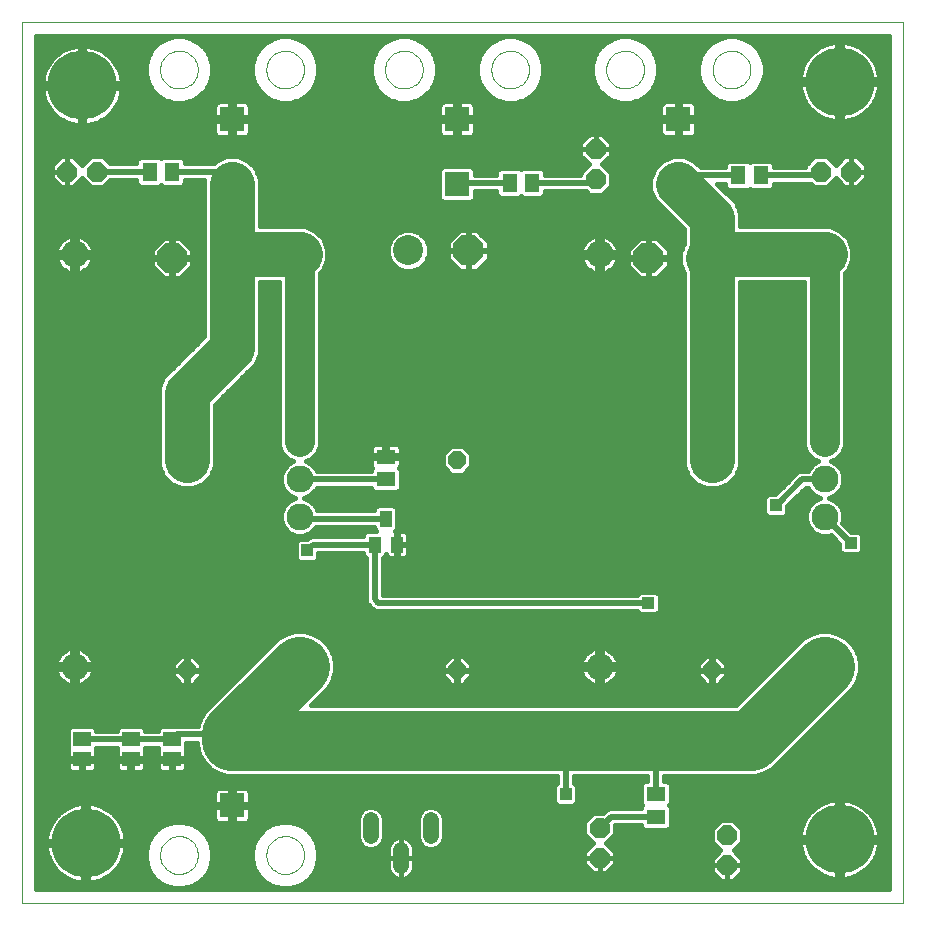
<source format=gtl>
G75*
%MOIN*%
%OFA0B0*%
%FSLAX24Y24*%
%IPPOS*%
%LPD*%
%AMOC8*
5,1,8,0,0,1.08239X$1,22.5*
%
%ADD10C,0.0000*%
%ADD11C,0.1000*%
%ADD12OC8,0.1000*%
%ADD13R,0.0591X0.0512*%
%ADD14C,0.2300*%
%ADD15R,0.0827X0.0827*%
%ADD16R,0.0394X0.0551*%
%ADD17R,0.0630X0.0512*%
%ADD18OC8,0.0600*%
%ADD19C,0.0520*%
%ADD20R,0.0512X0.0630*%
%ADD21C,0.0900*%
%ADD22OC8,0.0660*%
%ADD23C,0.0160*%
%ADD24C,0.2000*%
%ADD25C,0.0200*%
%ADD26R,0.0396X0.0396*%
%ADD27C,0.1000*%
%ADD28C,0.0500*%
%ADD29C,0.1500*%
D10*
X000180Y002333D02*
X000180Y031704D01*
X029550Y031704D01*
X029550Y002333D01*
X000180Y002333D01*
X004778Y003930D02*
X004780Y003980D01*
X004786Y004030D01*
X004796Y004079D01*
X004810Y004127D01*
X004827Y004174D01*
X004848Y004219D01*
X004873Y004263D01*
X004901Y004304D01*
X004933Y004343D01*
X004967Y004380D01*
X005004Y004414D01*
X005044Y004444D01*
X005086Y004471D01*
X005130Y004495D01*
X005176Y004516D01*
X005223Y004532D01*
X005271Y004545D01*
X005321Y004554D01*
X005370Y004559D01*
X005421Y004560D01*
X005471Y004557D01*
X005520Y004550D01*
X005569Y004539D01*
X005617Y004524D01*
X005663Y004506D01*
X005708Y004484D01*
X005751Y004458D01*
X005792Y004429D01*
X005831Y004397D01*
X005867Y004362D01*
X005899Y004324D01*
X005929Y004284D01*
X005956Y004241D01*
X005979Y004197D01*
X005998Y004151D01*
X006014Y004103D01*
X006026Y004054D01*
X006034Y004005D01*
X006038Y003955D01*
X006038Y003905D01*
X006034Y003855D01*
X006026Y003806D01*
X006014Y003757D01*
X005998Y003709D01*
X005979Y003663D01*
X005956Y003619D01*
X005929Y003576D01*
X005899Y003536D01*
X005867Y003498D01*
X005831Y003463D01*
X005792Y003431D01*
X005751Y003402D01*
X005708Y003376D01*
X005663Y003354D01*
X005617Y003336D01*
X005569Y003321D01*
X005520Y003310D01*
X005471Y003303D01*
X005421Y003300D01*
X005370Y003301D01*
X005321Y003306D01*
X005271Y003315D01*
X005223Y003328D01*
X005176Y003344D01*
X005130Y003365D01*
X005086Y003389D01*
X005044Y003416D01*
X005004Y003446D01*
X004967Y003480D01*
X004933Y003517D01*
X004901Y003556D01*
X004873Y003597D01*
X004848Y003641D01*
X004827Y003686D01*
X004810Y003733D01*
X004796Y003781D01*
X004786Y003830D01*
X004780Y003880D01*
X004778Y003930D01*
X008322Y003930D02*
X008324Y003980D01*
X008330Y004030D01*
X008340Y004079D01*
X008354Y004127D01*
X008371Y004174D01*
X008392Y004219D01*
X008417Y004263D01*
X008445Y004304D01*
X008477Y004343D01*
X008511Y004380D01*
X008548Y004414D01*
X008588Y004444D01*
X008630Y004471D01*
X008674Y004495D01*
X008720Y004516D01*
X008767Y004532D01*
X008815Y004545D01*
X008865Y004554D01*
X008914Y004559D01*
X008965Y004560D01*
X009015Y004557D01*
X009064Y004550D01*
X009113Y004539D01*
X009161Y004524D01*
X009207Y004506D01*
X009252Y004484D01*
X009295Y004458D01*
X009336Y004429D01*
X009375Y004397D01*
X009411Y004362D01*
X009443Y004324D01*
X009473Y004284D01*
X009500Y004241D01*
X009523Y004197D01*
X009542Y004151D01*
X009558Y004103D01*
X009570Y004054D01*
X009578Y004005D01*
X009582Y003955D01*
X009582Y003905D01*
X009578Y003855D01*
X009570Y003806D01*
X009558Y003757D01*
X009542Y003709D01*
X009523Y003663D01*
X009500Y003619D01*
X009473Y003576D01*
X009443Y003536D01*
X009411Y003498D01*
X009375Y003463D01*
X009336Y003431D01*
X009295Y003402D01*
X009252Y003376D01*
X009207Y003354D01*
X009161Y003336D01*
X009113Y003321D01*
X009064Y003310D01*
X009015Y003303D01*
X008965Y003300D01*
X008914Y003301D01*
X008865Y003306D01*
X008815Y003315D01*
X008767Y003328D01*
X008720Y003344D01*
X008674Y003365D01*
X008630Y003389D01*
X008588Y003416D01*
X008548Y003446D01*
X008511Y003480D01*
X008477Y003517D01*
X008445Y003556D01*
X008417Y003597D01*
X008392Y003641D01*
X008371Y003686D01*
X008354Y003733D01*
X008340Y003781D01*
X008330Y003830D01*
X008324Y003880D01*
X008322Y003930D01*
X008322Y030112D02*
X008324Y030162D01*
X008330Y030212D01*
X008340Y030261D01*
X008354Y030309D01*
X008371Y030356D01*
X008392Y030401D01*
X008417Y030445D01*
X008445Y030486D01*
X008477Y030525D01*
X008511Y030562D01*
X008548Y030596D01*
X008588Y030626D01*
X008630Y030653D01*
X008674Y030677D01*
X008720Y030698D01*
X008767Y030714D01*
X008815Y030727D01*
X008865Y030736D01*
X008914Y030741D01*
X008965Y030742D01*
X009015Y030739D01*
X009064Y030732D01*
X009113Y030721D01*
X009161Y030706D01*
X009207Y030688D01*
X009252Y030666D01*
X009295Y030640D01*
X009336Y030611D01*
X009375Y030579D01*
X009411Y030544D01*
X009443Y030506D01*
X009473Y030466D01*
X009500Y030423D01*
X009523Y030379D01*
X009542Y030333D01*
X009558Y030285D01*
X009570Y030236D01*
X009578Y030187D01*
X009582Y030137D01*
X009582Y030087D01*
X009578Y030037D01*
X009570Y029988D01*
X009558Y029939D01*
X009542Y029891D01*
X009523Y029845D01*
X009500Y029801D01*
X009473Y029758D01*
X009443Y029718D01*
X009411Y029680D01*
X009375Y029645D01*
X009336Y029613D01*
X009295Y029584D01*
X009252Y029558D01*
X009207Y029536D01*
X009161Y029518D01*
X009113Y029503D01*
X009064Y029492D01*
X009015Y029485D01*
X008965Y029482D01*
X008914Y029483D01*
X008865Y029488D01*
X008815Y029497D01*
X008767Y029510D01*
X008720Y029526D01*
X008674Y029547D01*
X008630Y029571D01*
X008588Y029598D01*
X008548Y029628D01*
X008511Y029662D01*
X008477Y029699D01*
X008445Y029738D01*
X008417Y029779D01*
X008392Y029823D01*
X008371Y029868D01*
X008354Y029915D01*
X008340Y029963D01*
X008330Y030012D01*
X008324Y030062D01*
X008322Y030112D01*
X004778Y030112D02*
X004780Y030162D01*
X004786Y030212D01*
X004796Y030261D01*
X004810Y030309D01*
X004827Y030356D01*
X004848Y030401D01*
X004873Y030445D01*
X004901Y030486D01*
X004933Y030525D01*
X004967Y030562D01*
X005004Y030596D01*
X005044Y030626D01*
X005086Y030653D01*
X005130Y030677D01*
X005176Y030698D01*
X005223Y030714D01*
X005271Y030727D01*
X005321Y030736D01*
X005370Y030741D01*
X005421Y030742D01*
X005471Y030739D01*
X005520Y030732D01*
X005569Y030721D01*
X005617Y030706D01*
X005663Y030688D01*
X005708Y030666D01*
X005751Y030640D01*
X005792Y030611D01*
X005831Y030579D01*
X005867Y030544D01*
X005899Y030506D01*
X005929Y030466D01*
X005956Y030423D01*
X005979Y030379D01*
X005998Y030333D01*
X006014Y030285D01*
X006026Y030236D01*
X006034Y030187D01*
X006038Y030137D01*
X006038Y030087D01*
X006034Y030037D01*
X006026Y029988D01*
X006014Y029939D01*
X005998Y029891D01*
X005979Y029845D01*
X005956Y029801D01*
X005929Y029758D01*
X005899Y029718D01*
X005867Y029680D01*
X005831Y029645D01*
X005792Y029613D01*
X005751Y029584D01*
X005708Y029558D01*
X005663Y029536D01*
X005617Y029518D01*
X005569Y029503D01*
X005520Y029492D01*
X005471Y029485D01*
X005421Y029482D01*
X005370Y029483D01*
X005321Y029488D01*
X005271Y029497D01*
X005223Y029510D01*
X005176Y029526D01*
X005130Y029547D01*
X005086Y029571D01*
X005044Y029598D01*
X005004Y029628D01*
X004967Y029662D01*
X004933Y029699D01*
X004901Y029738D01*
X004873Y029779D01*
X004848Y029823D01*
X004827Y029868D01*
X004810Y029915D01*
X004796Y029963D01*
X004786Y030012D01*
X004780Y030062D01*
X004778Y030112D01*
X012278Y030112D02*
X012280Y030162D01*
X012286Y030212D01*
X012296Y030261D01*
X012310Y030309D01*
X012327Y030356D01*
X012348Y030401D01*
X012373Y030445D01*
X012401Y030486D01*
X012433Y030525D01*
X012467Y030562D01*
X012504Y030596D01*
X012544Y030626D01*
X012586Y030653D01*
X012630Y030677D01*
X012676Y030698D01*
X012723Y030714D01*
X012771Y030727D01*
X012821Y030736D01*
X012870Y030741D01*
X012921Y030742D01*
X012971Y030739D01*
X013020Y030732D01*
X013069Y030721D01*
X013117Y030706D01*
X013163Y030688D01*
X013208Y030666D01*
X013251Y030640D01*
X013292Y030611D01*
X013331Y030579D01*
X013367Y030544D01*
X013399Y030506D01*
X013429Y030466D01*
X013456Y030423D01*
X013479Y030379D01*
X013498Y030333D01*
X013514Y030285D01*
X013526Y030236D01*
X013534Y030187D01*
X013538Y030137D01*
X013538Y030087D01*
X013534Y030037D01*
X013526Y029988D01*
X013514Y029939D01*
X013498Y029891D01*
X013479Y029845D01*
X013456Y029801D01*
X013429Y029758D01*
X013399Y029718D01*
X013367Y029680D01*
X013331Y029645D01*
X013292Y029613D01*
X013251Y029584D01*
X013208Y029558D01*
X013163Y029536D01*
X013117Y029518D01*
X013069Y029503D01*
X013020Y029492D01*
X012971Y029485D01*
X012921Y029482D01*
X012870Y029483D01*
X012821Y029488D01*
X012771Y029497D01*
X012723Y029510D01*
X012676Y029526D01*
X012630Y029547D01*
X012586Y029571D01*
X012544Y029598D01*
X012504Y029628D01*
X012467Y029662D01*
X012433Y029699D01*
X012401Y029738D01*
X012373Y029779D01*
X012348Y029823D01*
X012327Y029868D01*
X012310Y029915D01*
X012296Y029963D01*
X012286Y030012D01*
X012280Y030062D01*
X012278Y030112D01*
X015822Y030112D02*
X015824Y030162D01*
X015830Y030212D01*
X015840Y030261D01*
X015854Y030309D01*
X015871Y030356D01*
X015892Y030401D01*
X015917Y030445D01*
X015945Y030486D01*
X015977Y030525D01*
X016011Y030562D01*
X016048Y030596D01*
X016088Y030626D01*
X016130Y030653D01*
X016174Y030677D01*
X016220Y030698D01*
X016267Y030714D01*
X016315Y030727D01*
X016365Y030736D01*
X016414Y030741D01*
X016465Y030742D01*
X016515Y030739D01*
X016564Y030732D01*
X016613Y030721D01*
X016661Y030706D01*
X016707Y030688D01*
X016752Y030666D01*
X016795Y030640D01*
X016836Y030611D01*
X016875Y030579D01*
X016911Y030544D01*
X016943Y030506D01*
X016973Y030466D01*
X017000Y030423D01*
X017023Y030379D01*
X017042Y030333D01*
X017058Y030285D01*
X017070Y030236D01*
X017078Y030187D01*
X017082Y030137D01*
X017082Y030087D01*
X017078Y030037D01*
X017070Y029988D01*
X017058Y029939D01*
X017042Y029891D01*
X017023Y029845D01*
X017000Y029801D01*
X016973Y029758D01*
X016943Y029718D01*
X016911Y029680D01*
X016875Y029645D01*
X016836Y029613D01*
X016795Y029584D01*
X016752Y029558D01*
X016707Y029536D01*
X016661Y029518D01*
X016613Y029503D01*
X016564Y029492D01*
X016515Y029485D01*
X016465Y029482D01*
X016414Y029483D01*
X016365Y029488D01*
X016315Y029497D01*
X016267Y029510D01*
X016220Y029526D01*
X016174Y029547D01*
X016130Y029571D01*
X016088Y029598D01*
X016048Y029628D01*
X016011Y029662D01*
X015977Y029699D01*
X015945Y029738D01*
X015917Y029779D01*
X015892Y029823D01*
X015871Y029868D01*
X015854Y029915D01*
X015840Y029963D01*
X015830Y030012D01*
X015824Y030062D01*
X015822Y030112D01*
X019653Y030112D02*
X019655Y030162D01*
X019661Y030212D01*
X019671Y030261D01*
X019685Y030309D01*
X019702Y030356D01*
X019723Y030401D01*
X019748Y030445D01*
X019776Y030486D01*
X019808Y030525D01*
X019842Y030562D01*
X019879Y030596D01*
X019919Y030626D01*
X019961Y030653D01*
X020005Y030677D01*
X020051Y030698D01*
X020098Y030714D01*
X020146Y030727D01*
X020196Y030736D01*
X020245Y030741D01*
X020296Y030742D01*
X020346Y030739D01*
X020395Y030732D01*
X020444Y030721D01*
X020492Y030706D01*
X020538Y030688D01*
X020583Y030666D01*
X020626Y030640D01*
X020667Y030611D01*
X020706Y030579D01*
X020742Y030544D01*
X020774Y030506D01*
X020804Y030466D01*
X020831Y030423D01*
X020854Y030379D01*
X020873Y030333D01*
X020889Y030285D01*
X020901Y030236D01*
X020909Y030187D01*
X020913Y030137D01*
X020913Y030087D01*
X020909Y030037D01*
X020901Y029988D01*
X020889Y029939D01*
X020873Y029891D01*
X020854Y029845D01*
X020831Y029801D01*
X020804Y029758D01*
X020774Y029718D01*
X020742Y029680D01*
X020706Y029645D01*
X020667Y029613D01*
X020626Y029584D01*
X020583Y029558D01*
X020538Y029536D01*
X020492Y029518D01*
X020444Y029503D01*
X020395Y029492D01*
X020346Y029485D01*
X020296Y029482D01*
X020245Y029483D01*
X020196Y029488D01*
X020146Y029497D01*
X020098Y029510D01*
X020051Y029526D01*
X020005Y029547D01*
X019961Y029571D01*
X019919Y029598D01*
X019879Y029628D01*
X019842Y029662D01*
X019808Y029699D01*
X019776Y029738D01*
X019748Y029779D01*
X019723Y029823D01*
X019702Y029868D01*
X019685Y029915D01*
X019671Y029963D01*
X019661Y030012D01*
X019655Y030062D01*
X019653Y030112D01*
X023197Y030112D02*
X023199Y030162D01*
X023205Y030212D01*
X023215Y030261D01*
X023229Y030309D01*
X023246Y030356D01*
X023267Y030401D01*
X023292Y030445D01*
X023320Y030486D01*
X023352Y030525D01*
X023386Y030562D01*
X023423Y030596D01*
X023463Y030626D01*
X023505Y030653D01*
X023549Y030677D01*
X023595Y030698D01*
X023642Y030714D01*
X023690Y030727D01*
X023740Y030736D01*
X023789Y030741D01*
X023840Y030742D01*
X023890Y030739D01*
X023939Y030732D01*
X023988Y030721D01*
X024036Y030706D01*
X024082Y030688D01*
X024127Y030666D01*
X024170Y030640D01*
X024211Y030611D01*
X024250Y030579D01*
X024286Y030544D01*
X024318Y030506D01*
X024348Y030466D01*
X024375Y030423D01*
X024398Y030379D01*
X024417Y030333D01*
X024433Y030285D01*
X024445Y030236D01*
X024453Y030187D01*
X024457Y030137D01*
X024457Y030087D01*
X024453Y030037D01*
X024445Y029988D01*
X024433Y029939D01*
X024417Y029891D01*
X024398Y029845D01*
X024375Y029801D01*
X024348Y029758D01*
X024318Y029718D01*
X024286Y029680D01*
X024250Y029645D01*
X024211Y029613D01*
X024170Y029584D01*
X024127Y029558D01*
X024082Y029536D01*
X024036Y029518D01*
X023988Y029503D01*
X023939Y029492D01*
X023890Y029485D01*
X023840Y029482D01*
X023789Y029483D01*
X023740Y029488D01*
X023690Y029497D01*
X023642Y029510D01*
X023595Y029526D01*
X023549Y029547D01*
X023505Y029571D01*
X023463Y029598D01*
X023423Y029628D01*
X023386Y029662D01*
X023352Y029699D01*
X023320Y029738D01*
X023292Y029779D01*
X023267Y029823D01*
X023246Y029868D01*
X023229Y029915D01*
X023215Y029963D01*
X023205Y030012D01*
X023199Y030062D01*
X023197Y030112D01*
D11*
X023055Y023833D03*
X013055Y024083D03*
X007180Y023833D03*
D12*
X005180Y023833D03*
X015055Y024083D03*
X021055Y023833D03*
D13*
X005180Y007793D03*
X005180Y007123D03*
X003805Y007123D03*
X003805Y007793D03*
X002180Y007793D03*
X002180Y007123D03*
D14*
X002305Y004333D03*
X002180Y029583D03*
X027430Y029708D03*
X027430Y004458D03*
D15*
X022055Y026293D03*
X022055Y028458D03*
X014680Y028458D03*
X014680Y026293D03*
X007180Y026293D03*
X007180Y028458D03*
X007180Y007748D03*
X007180Y005583D03*
D16*
X011931Y014275D03*
X012679Y014275D03*
X012305Y015141D03*
D17*
X012305Y016459D03*
X012305Y017207D03*
X021305Y005957D03*
X021305Y005209D03*
D18*
X023180Y010083D03*
X023180Y017083D03*
X014680Y017083D03*
X014680Y010083D03*
X005680Y010083D03*
X005680Y017083D03*
D19*
X011805Y005093D02*
X011805Y004573D01*
X012805Y004093D02*
X012805Y003573D01*
X013805Y004573D02*
X013805Y005093D01*
D20*
X016431Y026333D03*
X017179Y026333D03*
X024056Y026583D03*
X024804Y026583D03*
X005179Y026708D03*
X004431Y026708D03*
D21*
X001930Y023958D03*
X009430Y023958D03*
X009430Y017708D03*
X009430Y016458D03*
X009430Y015208D03*
X009430Y010208D03*
X001930Y010208D03*
X019430Y010208D03*
X026930Y010208D03*
X026930Y015208D03*
X026930Y016458D03*
X026930Y017708D03*
X026930Y023958D03*
X019430Y023958D03*
D22*
X019305Y026458D03*
X019305Y027458D03*
X026805Y026708D03*
X027805Y026708D03*
X019430Y004833D03*
X019430Y003833D03*
X023680Y003583D03*
X023680Y004583D03*
X002680Y026708D03*
X001680Y026708D03*
D23*
X001680Y026198D01*
X001891Y026198D01*
X002180Y026487D01*
X002469Y026198D01*
X002891Y026198D01*
X003121Y026428D01*
X003995Y026428D01*
X003995Y026319D01*
X004101Y026213D01*
X004761Y026213D01*
X004805Y026257D01*
X004849Y026213D01*
X005509Y026213D01*
X005615Y026319D01*
X005615Y026428D01*
X006250Y026428D01*
X006250Y023984D01*
X006239Y023952D01*
X006250Y023800D01*
X006250Y021218D01*
X004892Y019860D01*
X004750Y019518D01*
X004750Y016898D01*
X004892Y016556D01*
X005153Y016295D01*
X005495Y016153D01*
X005865Y016153D01*
X006207Y016295D01*
X006468Y016556D01*
X006610Y016898D01*
X006610Y018948D01*
X007707Y020045D01*
X007968Y020306D01*
X008110Y020648D01*
X008110Y023028D01*
X008750Y023028D01*
X008750Y017573D01*
X008854Y017323D01*
X009045Y017132D01*
X009227Y017056D01*
X009073Y016992D01*
X008896Y016815D01*
X008800Y016583D01*
X008800Y016333D01*
X008896Y016101D01*
X009073Y015924D01*
X009293Y015833D01*
X009073Y015742D01*
X008896Y015565D01*
X008800Y015333D01*
X008800Y015083D01*
X008896Y014851D01*
X009073Y014674D01*
X009305Y014578D01*
X009555Y014578D01*
X009787Y014674D01*
X009964Y014851D01*
X009968Y014861D01*
X011928Y014861D01*
X011928Y014791D01*
X011989Y014731D01*
X011660Y014731D01*
X011554Y014625D01*
X011554Y014555D01*
X009816Y014555D01*
X009713Y014512D01*
X009662Y014461D01*
X009407Y014461D01*
X009302Y014356D01*
X009302Y013810D01*
X009407Y013705D01*
X009953Y013705D01*
X010058Y013810D01*
X010058Y013995D01*
X011554Y013995D01*
X011554Y013925D01*
X011651Y013828D01*
X011651Y012401D01*
X011694Y012298D01*
X011818Y012174D01*
X011896Y012096D01*
X011999Y012053D01*
X020684Y012053D01*
X020782Y011955D01*
X021328Y011955D01*
X021433Y012060D01*
X021433Y012606D01*
X021328Y012711D01*
X020782Y012711D01*
X020684Y012613D01*
X012211Y012613D01*
X012211Y013828D01*
X012308Y013925D01*
X012308Y013955D01*
X012314Y013930D01*
X012338Y013889D01*
X012372Y013855D01*
X012413Y013832D01*
X012458Y013819D01*
X012661Y013819D01*
X012661Y014257D01*
X012697Y014257D01*
X012697Y013819D01*
X012900Y013819D01*
X012945Y013832D01*
X012986Y013855D01*
X013020Y013889D01*
X013044Y013930D01*
X013056Y013976D01*
X013056Y014257D01*
X012697Y014257D01*
X012697Y014293D01*
X012661Y014293D01*
X012661Y014731D01*
X012621Y014731D01*
X012682Y014791D01*
X012682Y015491D01*
X012576Y015597D01*
X012034Y015597D01*
X011928Y015491D01*
X011928Y015421D01*
X010024Y015421D01*
X009964Y015565D01*
X009787Y015742D01*
X009567Y015833D01*
X009787Y015924D01*
X009964Y016101D01*
X009996Y016179D01*
X011810Y016179D01*
X011810Y016129D01*
X011915Y016023D01*
X012695Y016023D01*
X012800Y016129D01*
X012800Y016790D01*
X012756Y016833D01*
X012764Y016841D01*
X012788Y016882D01*
X012800Y016927D01*
X012800Y017159D01*
X012353Y017159D01*
X012353Y017255D01*
X012800Y017255D01*
X012800Y017487D01*
X012788Y017532D01*
X012764Y017574D01*
X012730Y017607D01*
X012689Y017631D01*
X012644Y017643D01*
X012353Y017643D01*
X012353Y017255D01*
X012257Y017255D01*
X012257Y017159D01*
X011810Y017159D01*
X011810Y016927D01*
X011822Y016882D01*
X011846Y016841D01*
X011854Y016833D01*
X011810Y016790D01*
X011810Y016739D01*
X009996Y016739D01*
X009964Y016815D01*
X009787Y016992D01*
X009633Y017056D01*
X009815Y017132D01*
X010006Y017323D01*
X010110Y017573D01*
X010110Y023323D01*
X010218Y023431D01*
X010360Y023773D01*
X010360Y024143D01*
X010218Y024485D01*
X009957Y024746D01*
X009615Y024888D01*
X008110Y024888D01*
X008110Y026478D01*
X007968Y026820D01*
X007707Y027081D01*
X007365Y027223D01*
X006995Y027223D01*
X006653Y027081D01*
X006560Y026988D01*
X005615Y026988D01*
X005615Y027098D01*
X005509Y027203D01*
X004849Y027203D01*
X004805Y027159D01*
X004761Y027203D01*
X004101Y027203D01*
X003995Y027098D01*
X003995Y026988D01*
X003121Y026988D01*
X002891Y027218D01*
X002469Y027218D01*
X002180Y026929D01*
X001891Y027218D01*
X001680Y027218D01*
X001469Y027218D01*
X001170Y026919D01*
X001170Y026708D01*
X001170Y026497D01*
X001469Y026198D01*
X001680Y026198D01*
X001680Y026708D01*
X001680Y026708D01*
X001170Y026708D01*
X001680Y026708D01*
X001680Y026708D01*
X001680Y027218D01*
X001680Y026708D01*
X001680Y026708D01*
X001680Y026675D02*
X001680Y026675D01*
X001680Y026517D02*
X001680Y026517D01*
X001680Y026358D02*
X001680Y026358D01*
X001680Y026200D02*
X001680Y026200D01*
X001893Y026200D02*
X002467Y026200D01*
X002309Y026358D02*
X002051Y026358D01*
X001680Y026834D02*
X001680Y026834D01*
X001680Y026992D02*
X001680Y026992D01*
X001680Y027151D02*
X001680Y027151D01*
X001959Y027151D02*
X002401Y027151D01*
X002243Y026992D02*
X002117Y026992D01*
X002959Y027151D02*
X004048Y027151D01*
X003995Y026992D02*
X003117Y026992D01*
X003051Y026358D02*
X003995Y026358D01*
X002893Y026200D02*
X006250Y026200D01*
X006250Y026358D02*
X005615Y026358D01*
X005615Y026992D02*
X006564Y026992D01*
X006821Y027151D02*
X005562Y027151D01*
X006250Y026041D02*
X000660Y026041D01*
X000660Y025883D02*
X006250Y025883D01*
X006250Y025724D02*
X000660Y025724D01*
X000660Y025566D02*
X006250Y025566D01*
X006250Y025407D02*
X000660Y025407D01*
X000660Y025249D02*
X006250Y025249D01*
X006250Y025090D02*
X000660Y025090D01*
X000660Y024932D02*
X006250Y024932D01*
X006250Y024773D02*
X000660Y024773D01*
X000660Y024615D02*
X006250Y024615D01*
X006250Y024456D02*
X005519Y024456D01*
X005462Y024513D02*
X005200Y024513D01*
X005200Y023853D01*
X005860Y023853D01*
X005860Y024115D01*
X005462Y024513D01*
X005200Y024456D02*
X005160Y024456D01*
X005160Y024513D02*
X004898Y024513D01*
X004500Y024115D01*
X004500Y023853D01*
X005160Y023853D01*
X005160Y023813D01*
X005200Y023813D01*
X005200Y023153D01*
X005462Y023153D01*
X005860Y023551D01*
X005860Y023813D01*
X005200Y023813D01*
X005200Y023853D01*
X005160Y023853D01*
X005160Y024513D01*
X005160Y024298D02*
X005200Y024298D01*
X005200Y024139D02*
X005160Y024139D01*
X005160Y023981D02*
X005200Y023981D01*
X005200Y023822D02*
X006248Y023822D01*
X006250Y023664D02*
X005860Y023664D01*
X005814Y023505D02*
X006250Y023505D01*
X006250Y023347D02*
X005655Y023347D01*
X005497Y023188D02*
X006250Y023188D01*
X006250Y023030D02*
X000660Y023030D01*
X000660Y023188D02*
X004863Y023188D01*
X004898Y023153D02*
X005160Y023153D01*
X005160Y023813D01*
X004500Y023813D01*
X004500Y023551D01*
X004898Y023153D01*
X005160Y023188D02*
X005200Y023188D01*
X005200Y023347D02*
X005160Y023347D01*
X005160Y023505D02*
X005200Y023505D01*
X005200Y023664D02*
X005160Y023664D01*
X005160Y023822D02*
X002546Y023822D01*
X002544Y023811D02*
X002555Y023878D01*
X002010Y023878D01*
X002010Y023333D01*
X002078Y023344D01*
X002172Y023374D01*
X002260Y023419D01*
X002340Y023478D01*
X002411Y023548D01*
X002469Y023628D01*
X002514Y023716D01*
X002544Y023811D01*
X002487Y023664D02*
X004500Y023664D01*
X004546Y023505D02*
X002368Y023505D01*
X002087Y023347D02*
X004705Y023347D01*
X004500Y023981D02*
X002010Y023981D01*
X002010Y024038D02*
X002010Y023878D01*
X001850Y023878D01*
X001850Y023333D01*
X001782Y023344D01*
X001688Y023374D01*
X001600Y023419D01*
X001520Y023478D01*
X001449Y023548D01*
X001391Y023628D01*
X001346Y023716D01*
X001316Y023811D01*
X001305Y023878D01*
X001850Y023878D01*
X001850Y024038D01*
X001305Y024038D01*
X001316Y024106D01*
X001346Y024200D01*
X001391Y024288D01*
X001449Y024368D01*
X001520Y024439D01*
X001600Y024497D01*
X001688Y024542D01*
X001782Y024573D01*
X001850Y024583D01*
X001850Y024038D01*
X002010Y024038D01*
X002555Y024038D01*
X002544Y024106D01*
X002514Y024200D01*
X002469Y024288D01*
X002411Y024368D01*
X002340Y024439D01*
X002260Y024497D01*
X002172Y024542D01*
X002078Y024573D01*
X002010Y024583D01*
X002010Y024038D01*
X002010Y024139D02*
X001850Y024139D01*
X001850Y023981D02*
X000660Y023981D01*
X000660Y024139D02*
X001326Y024139D01*
X001398Y024298D02*
X000660Y024298D01*
X000660Y024456D02*
X001544Y024456D01*
X001850Y024456D02*
X002010Y024456D01*
X002010Y024298D02*
X001850Y024298D01*
X001850Y023822D02*
X002010Y023822D01*
X002010Y023664D02*
X001850Y023664D01*
X001850Y023505D02*
X002010Y023505D01*
X002010Y023347D02*
X001850Y023347D01*
X001773Y023347D02*
X000660Y023347D01*
X000660Y023505D02*
X001492Y023505D01*
X001373Y023664D02*
X000660Y023664D01*
X000660Y023822D02*
X001314Y023822D01*
X000660Y022871D02*
X006250Y022871D01*
X006250Y022713D02*
X000660Y022713D01*
X000660Y022554D02*
X006250Y022554D01*
X006250Y022396D02*
X000660Y022396D01*
X000660Y022237D02*
X006250Y022237D01*
X006250Y022079D02*
X000660Y022079D01*
X000660Y021920D02*
X006250Y021920D01*
X006250Y021762D02*
X000660Y021762D01*
X000660Y021603D02*
X006250Y021603D01*
X006250Y021445D02*
X000660Y021445D01*
X000660Y021286D02*
X006250Y021286D01*
X006159Y021128D02*
X000660Y021128D01*
X000660Y020969D02*
X006001Y020969D01*
X005842Y020811D02*
X000660Y020811D01*
X000660Y020652D02*
X005684Y020652D01*
X005525Y020494D02*
X000660Y020494D01*
X000660Y020335D02*
X005367Y020335D01*
X005208Y020177D02*
X000660Y020177D01*
X000660Y020018D02*
X005050Y020018D01*
X004891Y019860D02*
X000660Y019860D01*
X000660Y019701D02*
X004826Y019701D01*
X004760Y019543D02*
X000660Y019543D01*
X000660Y019384D02*
X004750Y019384D01*
X004750Y019226D02*
X000660Y019226D01*
X000660Y019067D02*
X004750Y019067D01*
X004750Y018909D02*
X000660Y018909D01*
X000660Y018750D02*
X004750Y018750D01*
X004750Y018592D02*
X000660Y018592D01*
X000660Y018433D02*
X004750Y018433D01*
X004750Y018275D02*
X000660Y018275D01*
X000660Y018116D02*
X004750Y018116D01*
X004750Y017958D02*
X000660Y017958D01*
X000660Y017799D02*
X004750Y017799D01*
X004750Y017641D02*
X000660Y017641D01*
X000660Y017482D02*
X004750Y017482D01*
X004750Y017324D02*
X000660Y017324D01*
X000660Y017165D02*
X004750Y017165D01*
X004750Y017007D02*
X000660Y017007D01*
X000660Y016848D02*
X004771Y016848D01*
X004836Y016690D02*
X000660Y016690D01*
X000660Y016531D02*
X004917Y016531D01*
X005075Y016373D02*
X000660Y016373D01*
X000660Y016214D02*
X005348Y016214D01*
X006012Y016214D02*
X008849Y016214D01*
X008800Y016373D02*
X006285Y016373D01*
X006443Y016531D02*
X008800Y016531D01*
X008844Y016690D02*
X006524Y016690D01*
X006589Y016848D02*
X008929Y016848D01*
X009108Y017007D02*
X006610Y017007D01*
X006610Y017165D02*
X009011Y017165D01*
X008853Y017324D02*
X006610Y017324D01*
X006610Y017482D02*
X008788Y017482D01*
X008750Y017641D02*
X006610Y017641D01*
X006610Y017799D02*
X008750Y017799D01*
X008750Y017958D02*
X006610Y017958D01*
X006610Y018116D02*
X008750Y018116D01*
X008750Y018275D02*
X006610Y018275D01*
X006610Y018433D02*
X008750Y018433D01*
X008750Y018592D02*
X006610Y018592D01*
X006610Y018750D02*
X008750Y018750D01*
X008750Y018909D02*
X006610Y018909D01*
X006729Y019067D02*
X008750Y019067D01*
X008750Y019226D02*
X006888Y019226D01*
X007046Y019384D02*
X008750Y019384D01*
X008750Y019543D02*
X007205Y019543D01*
X007363Y019701D02*
X008750Y019701D01*
X008750Y019860D02*
X007522Y019860D01*
X007680Y020018D02*
X008750Y020018D01*
X008750Y020177D02*
X007839Y020177D01*
X007980Y020335D02*
X008750Y020335D01*
X008750Y020494D02*
X008046Y020494D01*
X008110Y020652D02*
X008750Y020652D01*
X008750Y020811D02*
X008110Y020811D01*
X008110Y020969D02*
X008750Y020969D01*
X008750Y021128D02*
X008110Y021128D01*
X008110Y021286D02*
X008750Y021286D01*
X008750Y021445D02*
X008110Y021445D01*
X008110Y021603D02*
X008750Y021603D01*
X008750Y021762D02*
X008110Y021762D01*
X008110Y021920D02*
X008750Y021920D01*
X008750Y022079D02*
X008110Y022079D01*
X008110Y022237D02*
X008750Y022237D01*
X008750Y022396D02*
X008110Y022396D01*
X008110Y022554D02*
X008750Y022554D01*
X008750Y022713D02*
X008110Y022713D01*
X008110Y022871D02*
X008750Y022871D01*
X010110Y022871D02*
X022250Y022871D01*
X022250Y022713D02*
X010110Y022713D01*
X010110Y022554D02*
X022250Y022554D01*
X022250Y022396D02*
X010110Y022396D01*
X010110Y022237D02*
X022250Y022237D01*
X022250Y022079D02*
X010110Y022079D01*
X010110Y021920D02*
X022250Y021920D01*
X022250Y021762D02*
X010110Y021762D01*
X010110Y021603D02*
X022250Y021603D01*
X022250Y021445D02*
X010110Y021445D01*
X010110Y021286D02*
X022250Y021286D01*
X022250Y021128D02*
X010110Y021128D01*
X010110Y020969D02*
X022250Y020969D01*
X022250Y020811D02*
X010110Y020811D01*
X010110Y020652D02*
X022250Y020652D01*
X022250Y020494D02*
X010110Y020494D01*
X010110Y020335D02*
X022250Y020335D01*
X022250Y020177D02*
X010110Y020177D01*
X010110Y020018D02*
X022250Y020018D01*
X022250Y019860D02*
X010110Y019860D01*
X010110Y019701D02*
X022250Y019701D01*
X022250Y019543D02*
X010110Y019543D01*
X010110Y019384D02*
X022250Y019384D01*
X022250Y019226D02*
X010110Y019226D01*
X010110Y019067D02*
X022250Y019067D01*
X022250Y018909D02*
X010110Y018909D01*
X010110Y018750D02*
X022250Y018750D01*
X022250Y018592D02*
X010110Y018592D01*
X010110Y018433D02*
X022250Y018433D01*
X022250Y018275D02*
X010110Y018275D01*
X010110Y018116D02*
X022250Y018116D01*
X022250Y017958D02*
X010110Y017958D01*
X010110Y017799D02*
X022250Y017799D01*
X022250Y017641D02*
X012653Y017641D01*
X012800Y017482D02*
X014400Y017482D01*
X014481Y017563D02*
X014200Y017282D01*
X014200Y016884D01*
X014481Y016603D01*
X014879Y016603D01*
X015160Y016884D01*
X015160Y017282D01*
X014879Y017563D01*
X014481Y017563D01*
X014242Y017324D02*
X012800Y017324D01*
X012800Y017007D02*
X014200Y017007D01*
X014200Y017165D02*
X012353Y017165D01*
X012257Y017165D02*
X009849Y017165D01*
X009752Y017007D02*
X011810Y017007D01*
X011842Y016848D02*
X009931Y016848D01*
X010007Y017324D02*
X011810Y017324D01*
X011810Y017255D02*
X011810Y017487D01*
X011822Y017532D01*
X011846Y017574D01*
X011880Y017607D01*
X011921Y017631D01*
X011966Y017643D01*
X012257Y017643D01*
X012257Y017255D01*
X011810Y017255D01*
X011810Y017482D02*
X010072Y017482D01*
X010110Y017641D02*
X011957Y017641D01*
X012257Y017641D02*
X012353Y017641D01*
X012353Y017482D02*
X012257Y017482D01*
X012257Y017324D02*
X012353Y017324D01*
X012768Y016848D02*
X014236Y016848D01*
X014395Y016690D02*
X012800Y016690D01*
X012800Y016531D02*
X022417Y016531D01*
X022392Y016556D02*
X022250Y016898D01*
X022250Y023346D01*
X022125Y023648D01*
X022125Y024018D01*
X022250Y024320D01*
X022250Y024782D01*
X021267Y025766D01*
X021125Y026108D01*
X021125Y026478D01*
X021267Y026820D01*
X021528Y027081D01*
X021870Y027223D01*
X022240Y027223D01*
X022582Y027081D01*
X022800Y026863D01*
X023620Y026863D01*
X023620Y026973D01*
X023726Y027078D01*
X024386Y027078D01*
X024430Y027034D01*
X024474Y027078D01*
X025134Y027078D01*
X025240Y026973D01*
X025240Y026863D01*
X026295Y026863D01*
X026295Y026919D01*
X026594Y027218D01*
X027016Y027218D01*
X027305Y026929D01*
X027594Y027218D01*
X027805Y027218D01*
X027805Y026708D01*
X027805Y026198D01*
X028016Y026198D01*
X028315Y026497D01*
X028315Y026708D01*
X027805Y026708D01*
X027805Y026708D01*
X027805Y026198D01*
X027594Y026198D01*
X027305Y026487D01*
X027016Y026198D01*
X026594Y026198D01*
X026489Y026303D01*
X025240Y026303D01*
X025240Y026194D01*
X025134Y026088D01*
X024474Y026088D01*
X024430Y026132D01*
X024386Y026088D01*
X023726Y026088D01*
X023620Y026194D01*
X023620Y026303D01*
X023360Y026303D01*
X023968Y025695D01*
X024110Y025353D01*
X024110Y024888D01*
X027115Y024888D01*
X027457Y024746D01*
X027718Y024485D01*
X027860Y024143D01*
X027860Y023773D01*
X027718Y023431D01*
X027610Y023323D01*
X027610Y017573D01*
X027506Y017323D01*
X027315Y017132D01*
X027133Y017056D01*
X027287Y016992D01*
X027464Y016815D01*
X027560Y016583D01*
X027560Y016333D01*
X027464Y016101D01*
X027287Y015924D01*
X027067Y015833D01*
X027287Y015742D01*
X027464Y015565D01*
X027560Y015333D01*
X027560Y015083D01*
X027528Y015006D01*
X027823Y014711D01*
X028078Y014711D01*
X028183Y014606D01*
X028183Y014060D01*
X028078Y013955D01*
X027532Y013955D01*
X027427Y014060D01*
X027427Y014315D01*
X027132Y014610D01*
X027055Y014578D01*
X026805Y014578D01*
X026573Y014674D01*
X026396Y014851D01*
X026300Y015083D01*
X026300Y015333D01*
X026396Y015565D01*
X026573Y015742D01*
X026793Y015833D01*
X026573Y015924D01*
X026396Y016101D01*
X026364Y016178D01*
X026296Y016178D01*
X025683Y015565D01*
X025683Y015310D01*
X025578Y015205D01*
X025032Y015205D01*
X024927Y015310D01*
X024927Y015856D01*
X025032Y015961D01*
X025287Y015961D01*
X026021Y016695D01*
X026124Y016738D01*
X026364Y016738D01*
X026396Y016815D01*
X026573Y016992D01*
X026727Y017056D01*
X026545Y017132D01*
X026354Y017323D01*
X026250Y017573D01*
X026250Y023028D01*
X024110Y023028D01*
X024110Y016898D01*
X023968Y016556D01*
X023707Y016295D01*
X023365Y016153D01*
X022995Y016153D01*
X022653Y016295D01*
X022392Y016556D01*
X022336Y016690D02*
X014965Y016690D01*
X015124Y016848D02*
X022271Y016848D01*
X022250Y017007D02*
X015160Y017007D01*
X015160Y017165D02*
X022250Y017165D01*
X022250Y017324D02*
X015118Y017324D01*
X014960Y017482D02*
X022250Y017482D01*
X022575Y016373D02*
X012800Y016373D01*
X012800Y016214D02*
X022848Y016214D01*
X023512Y016214D02*
X025540Y016214D01*
X025382Y016056D02*
X012727Y016056D01*
X012593Y015580D02*
X024927Y015580D01*
X024927Y015422D02*
X012682Y015422D01*
X012682Y015263D02*
X024974Y015263D01*
X024927Y015739D02*
X009790Y015739D01*
X009722Y015897D02*
X024968Y015897D01*
X025636Y015263D02*
X026300Y015263D01*
X026300Y015105D02*
X012682Y015105D01*
X012682Y014946D02*
X026357Y014946D01*
X026460Y014788D02*
X012678Y014788D01*
X012697Y014731D02*
X012697Y014293D01*
X013056Y014293D01*
X013056Y014574D01*
X013044Y014620D01*
X013020Y014661D01*
X012986Y014695D01*
X012945Y014718D01*
X012900Y014731D01*
X012697Y014731D01*
X012697Y014629D02*
X012661Y014629D01*
X012661Y014471D02*
X012697Y014471D01*
X012697Y014312D02*
X012661Y014312D01*
X012661Y014154D02*
X012697Y014154D01*
X012697Y013995D02*
X012661Y013995D01*
X012661Y013837D02*
X012697Y013837D01*
X012954Y013837D02*
X029070Y013837D01*
X029070Y013995D02*
X028118Y013995D01*
X028183Y014154D02*
X029070Y014154D01*
X029070Y014312D02*
X028183Y014312D01*
X028183Y014471D02*
X029070Y014471D01*
X029070Y014629D02*
X028160Y014629D01*
X027746Y014788D02*
X029070Y014788D01*
X029070Y014946D02*
X027588Y014946D01*
X027560Y015105D02*
X029070Y015105D01*
X029070Y015263D02*
X027560Y015263D01*
X027523Y015422D02*
X029070Y015422D01*
X029070Y015580D02*
X027449Y015580D01*
X027290Y015739D02*
X029070Y015739D01*
X029070Y015897D02*
X027222Y015897D01*
X027418Y016056D02*
X029070Y016056D01*
X029070Y016214D02*
X027511Y016214D01*
X027560Y016373D02*
X029070Y016373D01*
X029070Y016531D02*
X027560Y016531D01*
X027516Y016690D02*
X029070Y016690D01*
X029070Y016848D02*
X027431Y016848D01*
X027252Y017007D02*
X029070Y017007D01*
X029070Y017165D02*
X027349Y017165D01*
X027507Y017324D02*
X029070Y017324D01*
X029070Y017482D02*
X027572Y017482D01*
X027610Y017641D02*
X029070Y017641D01*
X029070Y017799D02*
X027610Y017799D01*
X027610Y017958D02*
X029070Y017958D01*
X029070Y018116D02*
X027610Y018116D01*
X027610Y018275D02*
X029070Y018275D01*
X029070Y018433D02*
X027610Y018433D01*
X027610Y018592D02*
X029070Y018592D01*
X029070Y018750D02*
X027610Y018750D01*
X027610Y018909D02*
X029070Y018909D01*
X029070Y019067D02*
X027610Y019067D01*
X027610Y019226D02*
X029070Y019226D01*
X029070Y019384D02*
X027610Y019384D01*
X027610Y019543D02*
X029070Y019543D01*
X029070Y019701D02*
X027610Y019701D01*
X027610Y019860D02*
X029070Y019860D01*
X029070Y020018D02*
X027610Y020018D01*
X027610Y020177D02*
X029070Y020177D01*
X029070Y020335D02*
X027610Y020335D01*
X027610Y020494D02*
X029070Y020494D01*
X029070Y020652D02*
X027610Y020652D01*
X027610Y020811D02*
X029070Y020811D01*
X029070Y020969D02*
X027610Y020969D01*
X027610Y021128D02*
X029070Y021128D01*
X029070Y021286D02*
X027610Y021286D01*
X027610Y021445D02*
X029070Y021445D01*
X029070Y021603D02*
X027610Y021603D01*
X027610Y021762D02*
X029070Y021762D01*
X029070Y021920D02*
X027610Y021920D01*
X027610Y022079D02*
X029070Y022079D01*
X029070Y022237D02*
X027610Y022237D01*
X027610Y022396D02*
X029070Y022396D01*
X029070Y022554D02*
X027610Y022554D01*
X027610Y022713D02*
X029070Y022713D01*
X029070Y022871D02*
X027610Y022871D01*
X027610Y023030D02*
X029070Y023030D01*
X029070Y023188D02*
X027610Y023188D01*
X027634Y023347D02*
X029070Y023347D01*
X029070Y023505D02*
X027749Y023505D01*
X027815Y023664D02*
X029070Y023664D01*
X029070Y023822D02*
X027860Y023822D01*
X027860Y023981D02*
X029070Y023981D01*
X029070Y024139D02*
X027860Y024139D01*
X027796Y024298D02*
X029070Y024298D01*
X029070Y024456D02*
X027730Y024456D01*
X027589Y024615D02*
X029070Y024615D01*
X029070Y024773D02*
X027393Y024773D01*
X027592Y026200D02*
X027018Y026200D01*
X027176Y026358D02*
X027434Y026358D01*
X027805Y026358D02*
X027805Y026358D01*
X027805Y026200D02*
X027805Y026200D01*
X028018Y026200D02*
X029070Y026200D01*
X029070Y026358D02*
X028176Y026358D01*
X028315Y026517D02*
X029070Y026517D01*
X029070Y026675D02*
X028315Y026675D01*
X028315Y026708D02*
X028315Y026919D01*
X028016Y027218D01*
X027805Y027218D01*
X027805Y026708D01*
X027805Y026708D01*
X028315Y026708D01*
X028315Y026834D02*
X029070Y026834D01*
X029070Y026992D02*
X028242Y026992D01*
X028084Y027151D02*
X029070Y027151D01*
X029070Y027309D02*
X019815Y027309D01*
X019815Y027247D02*
X019815Y027458D01*
X019305Y027458D01*
X019305Y027458D01*
X018795Y027458D01*
X018795Y027247D01*
X019084Y026958D01*
X018795Y026669D01*
X018795Y026613D01*
X017615Y026613D01*
X017615Y026723D01*
X017509Y026828D01*
X016849Y026828D01*
X016805Y026784D01*
X016761Y026828D01*
X016101Y026828D01*
X015995Y026723D01*
X015995Y026613D01*
X015273Y026613D01*
X015273Y026781D01*
X015168Y026886D01*
X014192Y026886D01*
X014087Y026781D01*
X014087Y025805D01*
X014192Y025699D01*
X015168Y025699D01*
X015273Y025805D01*
X015273Y026053D01*
X015995Y026053D01*
X015995Y025944D01*
X016101Y025838D01*
X016761Y025838D01*
X016805Y025882D01*
X016849Y025838D01*
X017509Y025838D01*
X017615Y025944D01*
X017615Y026053D01*
X018989Y026053D01*
X019094Y025948D01*
X019516Y025948D01*
X019815Y026247D01*
X019815Y026669D01*
X019526Y026958D01*
X019815Y027247D01*
X019719Y027151D02*
X021696Y027151D01*
X021439Y026992D02*
X019560Y026992D01*
X019651Y026834D02*
X021281Y026834D01*
X021207Y026675D02*
X019809Y026675D01*
X019815Y026517D02*
X021141Y026517D01*
X021125Y026358D02*
X019815Y026358D01*
X019768Y026200D02*
X021125Y026200D01*
X021153Y026041D02*
X019609Y026041D01*
X019001Y026041D02*
X017615Y026041D01*
X017554Y025883D02*
X021218Y025883D01*
X021308Y025724D02*
X015193Y025724D01*
X015273Y025883D02*
X016056Y025883D01*
X015995Y026041D02*
X015273Y026041D01*
X015273Y026675D02*
X015995Y026675D01*
X015220Y026834D02*
X018959Y026834D01*
X019050Y026992D02*
X007796Y026992D01*
X007954Y026834D02*
X014140Y026834D01*
X014087Y026675D02*
X008028Y026675D01*
X008094Y026517D02*
X014087Y026517D01*
X014087Y026358D02*
X008110Y026358D01*
X008110Y026200D02*
X014087Y026200D01*
X014087Y026041D02*
X008110Y026041D01*
X008110Y025883D02*
X014087Y025883D01*
X014167Y025724D02*
X008110Y025724D01*
X008110Y025566D02*
X021467Y025566D01*
X021625Y025407D02*
X008110Y025407D01*
X008110Y025249D02*
X021784Y025249D01*
X021942Y025090D02*
X008110Y025090D01*
X008110Y024932D02*
X022101Y024932D01*
X022250Y024773D02*
X009893Y024773D01*
X010089Y024615D02*
X012625Y024615D01*
X012670Y024660D02*
X012479Y024468D01*
X012375Y024218D01*
X012375Y023948D01*
X012479Y023698D01*
X012670Y023507D01*
X012920Y023403D01*
X013190Y023403D01*
X013440Y023507D01*
X013631Y023698D01*
X013735Y023948D01*
X013735Y024218D01*
X013631Y024468D01*
X013440Y024660D01*
X013190Y024763D01*
X012920Y024763D01*
X012670Y024660D01*
X012473Y024456D02*
X010230Y024456D01*
X010296Y024298D02*
X012408Y024298D01*
X012375Y024139D02*
X010360Y024139D01*
X010360Y023981D02*
X012375Y023981D01*
X012427Y023822D02*
X010360Y023822D01*
X010315Y023664D02*
X012513Y023664D01*
X012673Y023505D02*
X010249Y023505D01*
X010134Y023347D02*
X019273Y023347D01*
X019282Y023344D02*
X019350Y023333D01*
X019350Y023878D01*
X019510Y023878D01*
X019510Y023333D01*
X019578Y023344D01*
X019672Y023374D01*
X019760Y023419D01*
X019840Y023478D01*
X019911Y023548D01*
X019969Y023628D01*
X020014Y023716D01*
X020044Y023811D01*
X020055Y023878D01*
X019510Y023878D01*
X019510Y024038D01*
X020055Y024038D01*
X020044Y024106D01*
X020014Y024200D01*
X019969Y024288D01*
X019911Y024368D01*
X019840Y024439D01*
X019760Y024497D01*
X019672Y024542D01*
X019578Y024573D01*
X019510Y024583D01*
X019510Y024038D01*
X019350Y024038D01*
X019350Y023878D01*
X018805Y023878D01*
X018816Y023811D01*
X018846Y023716D01*
X018891Y023628D01*
X018949Y023548D01*
X019020Y023478D01*
X019100Y023419D01*
X019188Y023374D01*
X019282Y023344D01*
X019350Y023347D02*
X019510Y023347D01*
X019587Y023347D02*
X020580Y023347D01*
X020421Y023505D02*
X019868Y023505D01*
X019987Y023664D02*
X020375Y023664D01*
X020375Y023551D02*
X020375Y023813D01*
X021035Y023813D01*
X021075Y023813D01*
X021075Y023153D01*
X021337Y023153D01*
X021735Y023551D01*
X021735Y023813D01*
X021075Y023813D01*
X021075Y023853D01*
X021735Y023853D01*
X021735Y024115D01*
X021337Y024513D01*
X021075Y024513D01*
X021075Y023853D01*
X021035Y023853D01*
X021035Y023813D01*
X021035Y023153D01*
X020773Y023153D01*
X020375Y023551D01*
X020375Y023853D02*
X021035Y023853D01*
X021035Y024513D01*
X020773Y024513D01*
X020375Y024115D01*
X020375Y023853D01*
X020375Y023981D02*
X019510Y023981D01*
X019510Y024139D02*
X019350Y024139D01*
X019350Y024038D02*
X019350Y024583D01*
X019282Y024573D01*
X019188Y024542D01*
X019100Y024497D01*
X019020Y024439D01*
X018949Y024368D01*
X018891Y024288D01*
X018846Y024200D01*
X018816Y024106D01*
X018805Y024038D01*
X019350Y024038D01*
X019350Y023981D02*
X015735Y023981D01*
X015735Y024063D02*
X015735Y023801D01*
X015337Y023403D01*
X015075Y023403D01*
X015075Y024063D01*
X015035Y024063D01*
X015035Y023403D01*
X014773Y023403D01*
X014375Y023801D01*
X014375Y024063D01*
X015035Y024063D01*
X015035Y024103D01*
X014375Y024103D01*
X014375Y024365D01*
X014773Y024763D01*
X015035Y024763D01*
X015035Y024103D01*
X015075Y024103D01*
X015735Y024103D01*
X015735Y024365D01*
X015337Y024763D01*
X015075Y024763D01*
X015075Y024103D01*
X015075Y024063D01*
X015735Y024063D01*
X015735Y024139D02*
X018826Y024139D01*
X018898Y024298D02*
X015735Y024298D01*
X015644Y024456D02*
X019044Y024456D01*
X019350Y024456D02*
X019510Y024456D01*
X019510Y024298D02*
X019350Y024298D01*
X019350Y023822D02*
X019510Y023822D01*
X019510Y023664D02*
X019350Y023664D01*
X019350Y023505D02*
X019510Y023505D01*
X018992Y023505D02*
X015439Y023505D01*
X015597Y023664D02*
X018873Y023664D01*
X018814Y023822D02*
X015735Y023822D01*
X015075Y023822D02*
X015035Y023822D01*
X015035Y023664D02*
X015075Y023664D01*
X015075Y023505D02*
X015035Y023505D01*
X014671Y023505D02*
X013437Y023505D01*
X013597Y023664D02*
X014513Y023664D01*
X014375Y023822D02*
X013683Y023822D01*
X013735Y023981D02*
X014375Y023981D01*
X014375Y024139D02*
X013735Y024139D01*
X013702Y024298D02*
X014375Y024298D01*
X014466Y024456D02*
X013637Y024456D01*
X013485Y024615D02*
X014625Y024615D01*
X015035Y024615D02*
X015075Y024615D01*
X015075Y024456D02*
X015035Y024456D01*
X015035Y024298D02*
X015075Y024298D01*
X015075Y024139D02*
X015035Y024139D01*
X015035Y023981D02*
X015075Y023981D01*
X015485Y024615D02*
X022250Y024615D01*
X022250Y024456D02*
X021394Y024456D01*
X021552Y024298D02*
X022241Y024298D01*
X022175Y024139D02*
X021711Y024139D01*
X021735Y023981D02*
X022125Y023981D01*
X022125Y023822D02*
X021075Y023822D01*
X021035Y023822D02*
X020046Y023822D01*
X020034Y024139D02*
X020399Y024139D01*
X020558Y024298D02*
X019962Y024298D01*
X019816Y024456D02*
X020716Y024456D01*
X021035Y024456D02*
X021075Y024456D01*
X021075Y024298D02*
X021035Y024298D01*
X021035Y024139D02*
X021075Y024139D01*
X021075Y023981D02*
X021035Y023981D01*
X021035Y023664D02*
X021075Y023664D01*
X021075Y023505D02*
X021035Y023505D01*
X021035Y023347D02*
X021075Y023347D01*
X021075Y023188D02*
X021035Y023188D01*
X020738Y023188D02*
X010110Y023188D01*
X010110Y023030D02*
X022250Y023030D01*
X022250Y023188D02*
X021372Y023188D01*
X021530Y023347D02*
X022250Y023347D01*
X022184Y023505D02*
X021689Y023505D01*
X021735Y023664D02*
X022125Y023664D01*
X024110Y022871D02*
X026250Y022871D01*
X026250Y022713D02*
X024110Y022713D01*
X024110Y022554D02*
X026250Y022554D01*
X026250Y022396D02*
X024110Y022396D01*
X024110Y022237D02*
X026250Y022237D01*
X026250Y022079D02*
X024110Y022079D01*
X024110Y021920D02*
X026250Y021920D01*
X026250Y021762D02*
X024110Y021762D01*
X024110Y021603D02*
X026250Y021603D01*
X026250Y021445D02*
X024110Y021445D01*
X024110Y021286D02*
X026250Y021286D01*
X026250Y021128D02*
X024110Y021128D01*
X024110Y020969D02*
X026250Y020969D01*
X026250Y020811D02*
X024110Y020811D01*
X024110Y020652D02*
X026250Y020652D01*
X026250Y020494D02*
X024110Y020494D01*
X024110Y020335D02*
X026250Y020335D01*
X026250Y020177D02*
X024110Y020177D01*
X024110Y020018D02*
X026250Y020018D01*
X026250Y019860D02*
X024110Y019860D01*
X024110Y019701D02*
X026250Y019701D01*
X026250Y019543D02*
X024110Y019543D01*
X024110Y019384D02*
X026250Y019384D01*
X026250Y019226D02*
X024110Y019226D01*
X024110Y019067D02*
X026250Y019067D01*
X026250Y018909D02*
X024110Y018909D01*
X024110Y018750D02*
X026250Y018750D01*
X026250Y018592D02*
X024110Y018592D01*
X024110Y018433D02*
X026250Y018433D01*
X026250Y018275D02*
X024110Y018275D01*
X024110Y018116D02*
X026250Y018116D01*
X026250Y017958D02*
X024110Y017958D01*
X024110Y017799D02*
X026250Y017799D01*
X026250Y017641D02*
X024110Y017641D01*
X024110Y017482D02*
X026288Y017482D01*
X026353Y017324D02*
X024110Y017324D01*
X024110Y017165D02*
X026511Y017165D01*
X026608Y017007D02*
X024110Y017007D01*
X024089Y016848D02*
X026429Y016848D01*
X026016Y016690D02*
X024024Y016690D01*
X023943Y016531D02*
X025857Y016531D01*
X025699Y016373D02*
X023785Y016373D01*
X025698Y015580D02*
X026411Y015580D01*
X026337Y015422D02*
X025683Y015422D01*
X025856Y015739D02*
X026570Y015739D01*
X026638Y015897D02*
X026015Y015897D01*
X026174Y016056D02*
X026442Y016056D01*
X026682Y014629D02*
X013038Y014629D01*
X013056Y014471D02*
X027272Y014471D01*
X027427Y014312D02*
X013056Y014312D01*
X013056Y014154D02*
X027427Y014154D01*
X027492Y013995D02*
X013056Y013995D01*
X012404Y013837D02*
X012220Y013837D01*
X012211Y013678D02*
X029070Y013678D01*
X029070Y013520D02*
X012211Y013520D01*
X012211Y013361D02*
X029070Y013361D01*
X029070Y013203D02*
X012211Y013203D01*
X012211Y013044D02*
X029070Y013044D01*
X029070Y012886D02*
X012211Y012886D01*
X012211Y012727D02*
X029070Y012727D01*
X029070Y012569D02*
X021433Y012569D01*
X021433Y012410D02*
X029070Y012410D01*
X029070Y012252D02*
X021433Y012252D01*
X021433Y012093D02*
X029070Y012093D01*
X029070Y011935D02*
X000660Y011935D01*
X000660Y012093D02*
X011903Y012093D01*
X011818Y012174D02*
X011818Y012174D01*
X011741Y012252D02*
X000660Y012252D01*
X000660Y012410D02*
X011651Y012410D01*
X011651Y012569D02*
X000660Y012569D01*
X000660Y012727D02*
X011651Y012727D01*
X011651Y012886D02*
X000660Y012886D01*
X000660Y013044D02*
X011651Y013044D01*
X011651Y013203D02*
X000660Y013203D01*
X000660Y013361D02*
X011651Y013361D01*
X011651Y013520D02*
X000660Y013520D01*
X000660Y013678D02*
X011651Y013678D01*
X011642Y013837D02*
X010058Y013837D01*
X009672Y014471D02*
X000660Y014471D01*
X000660Y014629D02*
X009182Y014629D01*
X008960Y014788D02*
X000660Y014788D01*
X000660Y014946D02*
X008857Y014946D01*
X008800Y015105D02*
X000660Y015105D01*
X000660Y015263D02*
X008800Y015263D01*
X008837Y015422D02*
X000660Y015422D01*
X000660Y015580D02*
X008911Y015580D01*
X009070Y015739D02*
X000660Y015739D01*
X000660Y015897D02*
X009138Y015897D01*
X008942Y016056D02*
X000660Y016056D01*
X000660Y014312D02*
X009302Y014312D01*
X009302Y014154D02*
X000660Y014154D01*
X000660Y013995D02*
X009302Y013995D01*
X009302Y013837D02*
X000660Y013837D01*
X000660Y011776D02*
X029070Y011776D01*
X029070Y011618D02*
X000660Y011618D01*
X000660Y011459D02*
X029070Y011459D01*
X029070Y011301D02*
X027398Y011301D01*
X027385Y011308D02*
X027085Y011388D01*
X026775Y011388D01*
X026475Y011308D01*
X026205Y011152D01*
X023982Y008928D01*
X009819Y008928D01*
X010374Y009484D01*
X010530Y009753D01*
X010610Y010053D01*
X010610Y010363D01*
X010530Y010664D01*
X010374Y010933D01*
X010155Y011152D01*
X009885Y011308D01*
X009585Y011388D01*
X009275Y011388D01*
X008975Y011308D01*
X008705Y011152D01*
X006236Y008683D01*
X006080Y008414D01*
X006033Y008238D01*
X005290Y008238D01*
X005267Y008229D01*
X004810Y008229D01*
X004705Y008123D01*
X004705Y008073D01*
X004280Y008073D01*
X004280Y008123D01*
X004175Y008229D01*
X003435Y008229D01*
X003330Y008123D01*
X003330Y008073D01*
X002655Y008073D01*
X002655Y008123D01*
X002550Y008229D01*
X001810Y008229D01*
X001705Y008123D01*
X001705Y007462D01*
X001717Y007450D01*
X001717Y007449D01*
X001705Y007403D01*
X001705Y007171D01*
X002132Y007171D01*
X002132Y007075D01*
X002228Y007075D01*
X002228Y006688D01*
X002499Y006688D01*
X002545Y006700D01*
X002586Y006723D01*
X002619Y006757D01*
X002643Y006798D01*
X002655Y006844D01*
X002655Y007075D01*
X002228Y007075D01*
X002228Y007171D01*
X002655Y007171D01*
X002655Y007403D01*
X002643Y007449D01*
X002643Y007450D01*
X002655Y007462D01*
X002655Y007513D01*
X003330Y007513D01*
X003330Y007462D01*
X003342Y007450D01*
X003342Y007449D01*
X003330Y007403D01*
X003330Y007171D01*
X003757Y007171D01*
X003757Y007075D01*
X003853Y007075D01*
X003853Y006688D01*
X004124Y006688D01*
X004170Y006700D01*
X004211Y006723D01*
X004244Y006757D01*
X004268Y006798D01*
X004280Y006844D01*
X004280Y007075D01*
X003853Y007075D01*
X003853Y007171D01*
X004280Y007171D01*
X004280Y007403D01*
X004268Y007449D01*
X004268Y007450D01*
X004280Y007462D01*
X004280Y007513D01*
X004705Y007513D01*
X004705Y007462D01*
X004717Y007450D01*
X004717Y007449D01*
X004705Y007403D01*
X004705Y007171D01*
X005132Y007171D01*
X005132Y007075D01*
X005228Y007075D01*
X005228Y006688D01*
X005499Y006688D01*
X005545Y006700D01*
X005586Y006723D01*
X005619Y006757D01*
X005643Y006798D01*
X005655Y006844D01*
X005655Y007075D01*
X005228Y007075D01*
X005228Y007171D01*
X005655Y007171D01*
X005655Y007403D01*
X005643Y007449D01*
X005643Y007450D01*
X005655Y007462D01*
X005655Y007678D01*
X006000Y007678D01*
X006000Y007593D01*
X006080Y007293D01*
X006236Y007024D01*
X006455Y006804D01*
X006725Y006649D01*
X007025Y006568D01*
X018025Y006568D01*
X018025Y006329D01*
X017927Y006231D01*
X017927Y005685D01*
X018032Y005580D01*
X018578Y005580D01*
X018683Y005685D01*
X018683Y006231D01*
X018585Y006329D01*
X018585Y006568D01*
X021025Y006568D01*
X021025Y006393D01*
X020915Y006393D01*
X020810Y006288D01*
X020810Y005627D01*
X020854Y005583D01*
X020810Y005540D01*
X020810Y005489D01*
X019750Y005489D01*
X019647Y005446D01*
X019544Y005343D01*
X019219Y005343D01*
X018920Y005044D01*
X018920Y004622D01*
X019209Y004333D01*
X018920Y004044D01*
X018920Y003833D01*
X018920Y003622D01*
X019219Y003323D01*
X019430Y003323D01*
X019430Y003833D01*
X019430Y003323D01*
X019641Y003323D01*
X019940Y003622D01*
X019940Y003833D01*
X019430Y003833D01*
X019430Y003833D01*
X019430Y003833D01*
X018920Y003833D01*
X019430Y003833D01*
X019430Y003833D01*
X019940Y003833D01*
X019940Y004044D01*
X019651Y004333D01*
X019940Y004622D01*
X019940Y004929D01*
X020810Y004929D01*
X020810Y004879D01*
X020915Y004773D01*
X021695Y004773D01*
X021800Y004879D01*
X021800Y005540D01*
X021756Y005583D01*
X021800Y005627D01*
X021800Y006288D01*
X021695Y006393D01*
X021585Y006393D01*
X021585Y006568D01*
X024626Y006568D01*
X024926Y006649D01*
X025195Y006804D01*
X025415Y007024D01*
X027874Y009484D01*
X028030Y009753D01*
X028110Y010053D01*
X028110Y010363D01*
X028030Y010664D01*
X027874Y010933D01*
X027655Y011152D01*
X027385Y011308D01*
X027665Y011142D02*
X029070Y011142D01*
X029070Y010984D02*
X027823Y010984D01*
X027936Y010825D02*
X029070Y010825D01*
X029070Y010667D02*
X028028Y010667D01*
X028071Y010508D02*
X029070Y010508D01*
X029070Y010350D02*
X028110Y010350D01*
X028110Y010191D02*
X029070Y010191D01*
X029070Y010033D02*
X028105Y010033D01*
X028062Y009874D02*
X029070Y009874D01*
X029070Y009716D02*
X028008Y009716D01*
X027917Y009557D02*
X029070Y009557D01*
X029070Y009399D02*
X027789Y009399D01*
X027631Y009240D02*
X029070Y009240D01*
X029070Y009082D02*
X027472Y009082D01*
X027314Y008923D02*
X029070Y008923D01*
X029070Y008765D02*
X027155Y008765D01*
X026997Y008606D02*
X029070Y008606D01*
X029070Y008448D02*
X026838Y008448D01*
X026680Y008289D02*
X029070Y008289D01*
X029070Y008131D02*
X026521Y008131D01*
X026363Y007972D02*
X029070Y007972D01*
X029070Y007814D02*
X026204Y007814D01*
X026046Y007655D02*
X029070Y007655D01*
X029070Y007497D02*
X025887Y007497D01*
X025729Y007338D02*
X029070Y007338D01*
X029070Y007180D02*
X025570Y007180D01*
X025412Y007021D02*
X029070Y007021D01*
X029070Y006863D02*
X025253Y006863D01*
X025021Y006704D02*
X029070Y006704D01*
X029070Y006546D02*
X021585Y006546D01*
X021700Y006387D02*
X029070Y006387D01*
X029070Y006229D02*
X021800Y006229D01*
X021800Y006070D02*
X029070Y006070D01*
X029070Y005912D02*
X021800Y005912D01*
X021800Y005753D02*
X027123Y005753D01*
X027106Y005750D02*
X026981Y005712D01*
X026861Y005662D01*
X026745Y005600D01*
X026637Y005528D01*
X026536Y005445D01*
X026443Y005352D01*
X026360Y005251D01*
X026288Y005143D01*
X026226Y005027D01*
X026176Y004907D01*
X026138Y004782D01*
X026113Y004653D01*
X026101Y004538D01*
X027350Y004538D01*
X027350Y004378D01*
X027510Y004378D01*
X027510Y003130D01*
X027625Y003141D01*
X027754Y003166D01*
X027879Y003204D01*
X027999Y003254D01*
X028115Y003316D01*
X028223Y003389D01*
X028324Y003471D01*
X028417Y003564D01*
X028500Y003665D01*
X028572Y003773D01*
X028634Y003889D01*
X028684Y004009D01*
X028722Y004135D01*
X028747Y004263D01*
X028759Y004378D01*
X027510Y004378D01*
X027510Y004538D01*
X028759Y004538D01*
X028747Y004653D01*
X028722Y004782D01*
X028684Y004907D01*
X028634Y005027D01*
X028572Y005143D01*
X028500Y005251D01*
X028417Y005352D01*
X028324Y005445D01*
X028223Y005528D01*
X028115Y005600D01*
X027999Y005662D01*
X027879Y005712D01*
X027754Y005750D01*
X027625Y005775D01*
X027510Y005787D01*
X027510Y004538D01*
X027350Y004538D01*
X027350Y005787D01*
X027235Y005775D01*
X027106Y005750D01*
X027350Y005753D02*
X027510Y005753D01*
X027510Y005595D02*
X027350Y005595D01*
X027350Y005436D02*
X027510Y005436D01*
X027510Y005278D02*
X027350Y005278D01*
X027350Y005119D02*
X027510Y005119D01*
X027510Y004961D02*
X027350Y004961D01*
X027350Y004802D02*
X027510Y004802D01*
X027510Y004644D02*
X027350Y004644D01*
X027350Y004485D02*
X024190Y004485D01*
X024190Y004372D02*
X024190Y004794D01*
X023891Y005093D01*
X023469Y005093D01*
X023170Y004794D01*
X023170Y004372D01*
X023459Y004083D01*
X023170Y003794D01*
X023170Y003583D01*
X023170Y003372D01*
X023469Y003073D01*
X023680Y003073D01*
X023680Y003583D01*
X023680Y003073D01*
X023891Y003073D01*
X024190Y003372D01*
X024190Y003583D01*
X023680Y003583D01*
X023680Y003583D01*
X023680Y003583D01*
X023170Y003583D01*
X023680Y003583D01*
X023680Y003583D01*
X024190Y003583D01*
X024190Y003794D01*
X023901Y004083D01*
X024190Y004372D01*
X024145Y004327D02*
X026107Y004327D01*
X026101Y004378D02*
X026113Y004263D01*
X026138Y004135D01*
X026176Y004009D01*
X026226Y003889D01*
X026288Y003773D01*
X026360Y003665D01*
X026443Y003564D01*
X026536Y003471D01*
X026637Y003389D01*
X026745Y003316D01*
X026861Y003254D01*
X026981Y003204D01*
X027106Y003166D01*
X027235Y003141D01*
X027350Y003130D01*
X027350Y004378D01*
X026101Y004378D01*
X026132Y004168D02*
X023986Y004168D01*
X023975Y004010D02*
X026176Y004010D01*
X026246Y003851D02*
X024133Y003851D01*
X024190Y003693D02*
X026342Y003693D01*
X026473Y003534D02*
X024190Y003534D01*
X024190Y003376D02*
X026656Y003376D01*
X026951Y003217D02*
X024035Y003217D01*
X023680Y003217D02*
X023680Y003217D01*
X023680Y003376D02*
X023680Y003376D01*
X023680Y003534D02*
X023680Y003534D01*
X023325Y003217D02*
X013064Y003217D01*
X013092Y003237D02*
X013141Y003286D01*
X013181Y003342D01*
X013213Y003404D01*
X013234Y003470D01*
X013245Y003538D01*
X013245Y003833D01*
X012805Y003833D01*
X012805Y003133D01*
X012840Y003133D01*
X012908Y003144D01*
X012974Y003165D01*
X013036Y003197D01*
X013092Y003237D01*
X013198Y003376D02*
X019166Y003376D01*
X019008Y003534D02*
X013244Y003534D01*
X013245Y003693D02*
X018920Y003693D01*
X018920Y003851D02*
X013245Y003851D01*
X013245Y003833D02*
X013245Y004128D01*
X013234Y004196D01*
X013213Y004262D01*
X013181Y004324D01*
X013141Y004380D01*
X013092Y004429D01*
X013036Y004469D01*
X012974Y004501D01*
X012908Y004522D01*
X012840Y004533D01*
X012805Y004533D01*
X012805Y003833D01*
X012805Y003833D01*
X012805Y003133D01*
X012770Y003133D01*
X012702Y003144D01*
X012636Y003165D01*
X012574Y003197D01*
X012518Y003237D01*
X012469Y003286D01*
X012429Y003342D01*
X012397Y003404D01*
X012376Y003470D01*
X012365Y003538D01*
X012365Y003833D01*
X012805Y003833D01*
X012805Y003833D01*
X012805Y003833D01*
X012365Y003833D01*
X012365Y004128D01*
X012376Y004196D01*
X012397Y004262D01*
X012429Y004324D01*
X012469Y004380D01*
X012518Y004429D01*
X012574Y004469D01*
X012636Y004501D01*
X012702Y004522D01*
X012770Y004533D01*
X012805Y004533D01*
X012805Y003833D01*
X013245Y003833D01*
X013245Y004010D02*
X018920Y004010D01*
X019044Y004168D02*
X013977Y004168D01*
X014054Y004200D02*
X013893Y004133D01*
X013717Y004133D01*
X013556Y004200D01*
X013432Y004324D01*
X013365Y004486D01*
X013365Y005181D01*
X013432Y005342D01*
X013556Y005466D01*
X013717Y005533D01*
X013893Y005533D01*
X014054Y005466D01*
X014178Y005342D01*
X014245Y005181D01*
X014245Y004486D01*
X014178Y004324D01*
X014054Y004200D01*
X014179Y004327D02*
X019202Y004327D01*
X019057Y004485D02*
X014245Y004485D01*
X014245Y004644D02*
X018920Y004644D01*
X018920Y004802D02*
X014245Y004802D01*
X014245Y004961D02*
X018920Y004961D01*
X018995Y005119D02*
X014245Y005119D01*
X014205Y005278D02*
X019153Y005278D01*
X019637Y005436D02*
X014084Y005436D01*
X013526Y005436D02*
X012084Y005436D01*
X012054Y005466D02*
X011893Y005533D01*
X011717Y005533D01*
X011556Y005466D01*
X011432Y005342D01*
X011365Y005181D01*
X011365Y004486D01*
X011432Y004324D01*
X011556Y004200D01*
X011717Y004133D01*
X011893Y004133D01*
X012054Y004200D01*
X012178Y004324D01*
X012245Y004486D01*
X012245Y005181D01*
X012178Y005342D01*
X012054Y005466D01*
X012205Y005278D02*
X013405Y005278D01*
X013365Y005119D02*
X012245Y005119D01*
X012245Y004961D02*
X013365Y004961D01*
X013365Y004802D02*
X012245Y004802D01*
X012245Y004644D02*
X013365Y004644D01*
X013365Y004485D02*
X013005Y004485D01*
X012805Y004485D02*
X012805Y004485D01*
X012805Y004327D02*
X012805Y004327D01*
X012805Y004168D02*
X012805Y004168D01*
X012805Y004010D02*
X012805Y004010D01*
X012805Y003851D02*
X012805Y003851D01*
X012805Y003833D02*
X012805Y003833D01*
X012805Y003693D02*
X012805Y003693D01*
X012805Y003534D02*
X012805Y003534D01*
X012805Y003376D02*
X012805Y003376D01*
X012805Y003217D02*
X012805Y003217D01*
X012546Y003217D02*
X009809Y003217D01*
X009840Y003248D02*
X009986Y003501D01*
X010062Y003783D01*
X010062Y004076D01*
X009986Y004358D01*
X009840Y004611D01*
X009633Y004818D01*
X009380Y004964D01*
X009098Y005039D01*
X008806Y005039D01*
X008523Y004964D01*
X008270Y004818D01*
X008063Y004611D01*
X007917Y004358D01*
X007842Y004076D01*
X007842Y003783D01*
X007917Y003501D01*
X008063Y003248D01*
X008270Y003041D01*
X008523Y002895D01*
X008806Y002820D01*
X009098Y002820D01*
X009380Y002895D01*
X009633Y003041D01*
X009840Y003248D01*
X009913Y003376D02*
X012412Y003376D01*
X012366Y003534D02*
X009995Y003534D01*
X010037Y003693D02*
X012365Y003693D01*
X012365Y003851D02*
X010062Y003851D01*
X010062Y004010D02*
X012365Y004010D01*
X012371Y004168D02*
X011977Y004168D01*
X012179Y004327D02*
X012431Y004327D01*
X012605Y004485D02*
X012245Y004485D01*
X011633Y004168D02*
X010037Y004168D01*
X009994Y004327D02*
X011431Y004327D01*
X011365Y004485D02*
X009913Y004485D01*
X009807Y004644D02*
X011365Y004644D01*
X011365Y004802D02*
X009649Y004802D01*
X009386Y004961D02*
X011365Y004961D01*
X011365Y005119D02*
X007766Y005119D01*
X007761Y005100D02*
X007773Y005146D01*
X007773Y005525D01*
X007238Y005525D01*
X007238Y005641D01*
X007773Y005641D01*
X007773Y006020D01*
X007761Y006066D01*
X007737Y006107D01*
X007704Y006140D01*
X007663Y006164D01*
X007617Y006176D01*
X007238Y006176D01*
X007238Y005641D01*
X007122Y005641D01*
X007122Y005525D01*
X007238Y005525D01*
X007238Y004990D01*
X007617Y004990D01*
X007663Y005002D01*
X007704Y005026D01*
X007737Y005059D01*
X007761Y005100D01*
X007773Y005278D02*
X011405Y005278D01*
X011526Y005436D02*
X007773Y005436D01*
X007773Y005753D02*
X017927Y005753D01*
X017927Y005912D02*
X007773Y005912D01*
X007759Y006070D02*
X017927Y006070D01*
X017927Y006229D02*
X000660Y006229D01*
X000660Y006387D02*
X018025Y006387D01*
X018025Y006546D02*
X000660Y006546D01*
X000660Y006704D02*
X001808Y006704D01*
X001815Y006700D02*
X001861Y006688D01*
X002132Y006688D01*
X002132Y007075D01*
X001705Y007075D01*
X001705Y006844D01*
X001717Y006798D01*
X001741Y006757D01*
X001774Y006723D01*
X001815Y006700D01*
X001705Y006863D02*
X000660Y006863D01*
X000660Y007021D02*
X001705Y007021D01*
X001705Y007180D02*
X000660Y007180D01*
X000660Y007338D02*
X001705Y007338D01*
X001705Y007497D02*
X000660Y007497D01*
X000660Y007655D02*
X001705Y007655D01*
X001705Y007814D02*
X000660Y007814D01*
X000660Y007972D02*
X001705Y007972D01*
X001712Y008131D02*
X000660Y008131D01*
X000660Y008289D02*
X006047Y008289D01*
X006100Y008448D02*
X000660Y008448D01*
X000660Y008606D02*
X006192Y008606D01*
X006318Y008765D02*
X000660Y008765D01*
X000660Y008923D02*
X006476Y008923D01*
X006635Y009082D02*
X000660Y009082D01*
X000660Y009240D02*
X006793Y009240D01*
X006952Y009399D02*
X000660Y009399D01*
X000660Y009557D02*
X007110Y009557D01*
X007269Y009716D02*
X005991Y009716D01*
X005879Y009603D02*
X006160Y009884D01*
X006160Y010063D01*
X005700Y010063D01*
X005700Y009603D01*
X005879Y009603D01*
X005700Y009716D02*
X005660Y009716D01*
X005660Y009603D02*
X005660Y010063D01*
X005700Y010063D01*
X005700Y010103D01*
X006160Y010103D01*
X006160Y010282D01*
X005879Y010563D01*
X005700Y010563D01*
X005700Y010103D01*
X005660Y010103D01*
X005660Y010063D01*
X005200Y010063D01*
X005200Y009884D01*
X005481Y009603D01*
X005660Y009603D01*
X005660Y009874D02*
X005700Y009874D01*
X005700Y010033D02*
X005660Y010033D01*
X005660Y010103D02*
X005200Y010103D01*
X005200Y010282D01*
X005481Y010563D01*
X005660Y010563D01*
X005660Y010103D01*
X005660Y010191D02*
X005700Y010191D01*
X005700Y010350D02*
X005660Y010350D01*
X005660Y010508D02*
X005700Y010508D01*
X005934Y010508D02*
X008061Y010508D01*
X007903Y010350D02*
X006092Y010350D01*
X006160Y010191D02*
X007744Y010191D01*
X007586Y010033D02*
X006160Y010033D01*
X006150Y009874D02*
X007427Y009874D01*
X008220Y010667D02*
X002362Y010667D01*
X002340Y010689D02*
X002260Y010747D01*
X002172Y010792D01*
X002078Y010823D01*
X002010Y010833D01*
X002010Y010288D01*
X002555Y010288D01*
X002544Y010356D01*
X002514Y010450D01*
X002469Y010538D01*
X002411Y010618D01*
X002340Y010689D01*
X002484Y010508D02*
X005426Y010508D01*
X005268Y010350D02*
X002545Y010350D01*
X002555Y010128D02*
X002010Y010128D01*
X002010Y009583D01*
X002078Y009594D01*
X002172Y009624D01*
X002260Y009669D01*
X002340Y009728D01*
X002411Y009798D01*
X002469Y009878D01*
X002514Y009966D01*
X002544Y010061D01*
X002555Y010128D01*
X002535Y010033D02*
X005200Y010033D01*
X005200Y010191D02*
X002010Y010191D01*
X002010Y010128D02*
X002010Y010288D01*
X001850Y010288D01*
X001850Y010128D01*
X002010Y010128D01*
X002010Y010033D02*
X001850Y010033D01*
X001850Y010128D02*
X001850Y009583D01*
X001782Y009594D01*
X001688Y009624D01*
X001600Y009669D01*
X001520Y009728D01*
X001449Y009798D01*
X001391Y009878D01*
X001346Y009966D01*
X001316Y010061D01*
X001305Y010128D01*
X001850Y010128D01*
X001850Y010191D02*
X000660Y010191D01*
X000660Y010033D02*
X001325Y010033D01*
X001394Y009874D02*
X000660Y009874D01*
X000660Y009716D02*
X001536Y009716D01*
X001850Y009716D02*
X002010Y009716D01*
X002010Y009874D02*
X001850Y009874D01*
X002324Y009716D02*
X005369Y009716D01*
X005210Y009874D02*
X002466Y009874D01*
X002010Y010350D02*
X001850Y010350D01*
X001850Y010288D02*
X001850Y010833D01*
X001782Y010823D01*
X001688Y010792D01*
X001600Y010747D01*
X001520Y010689D01*
X001449Y010618D01*
X001391Y010538D01*
X001346Y010450D01*
X001316Y010356D01*
X001305Y010288D01*
X001850Y010288D01*
X001850Y010508D02*
X002010Y010508D01*
X002010Y010667D02*
X001850Y010667D01*
X001850Y010825D02*
X002010Y010825D01*
X002062Y010825D02*
X008378Y010825D01*
X008537Y010984D02*
X000660Y010984D01*
X000660Y011142D02*
X008695Y011142D01*
X008962Y011301D02*
X000660Y011301D01*
X000660Y010825D02*
X001798Y010825D01*
X001498Y010667D02*
X000660Y010667D01*
X000660Y010508D02*
X001376Y010508D01*
X001315Y010350D02*
X000660Y010350D01*
X002648Y008131D02*
X003337Y008131D01*
X003330Y007497D02*
X002655Y007497D01*
X002655Y007338D02*
X003330Y007338D01*
X003330Y007180D02*
X002655Y007180D01*
X002655Y007021D02*
X003330Y007021D01*
X003330Y007075D02*
X003330Y006844D01*
X003342Y006798D01*
X003366Y006757D01*
X003399Y006723D01*
X003440Y006700D01*
X003486Y006688D01*
X003757Y006688D01*
X003757Y007075D01*
X003330Y007075D01*
X003330Y006863D02*
X002655Y006863D01*
X002552Y006704D02*
X003433Y006704D01*
X003757Y006704D02*
X003853Y006704D01*
X003853Y006863D02*
X003757Y006863D01*
X003757Y007021D02*
X003853Y007021D01*
X004177Y006704D02*
X004808Y006704D01*
X004815Y006700D02*
X004861Y006688D01*
X005132Y006688D01*
X005132Y007075D01*
X004705Y007075D01*
X004705Y006844D01*
X004717Y006798D01*
X004741Y006757D01*
X004774Y006723D01*
X004815Y006700D01*
X004705Y006863D02*
X004280Y006863D01*
X004280Y007021D02*
X004705Y007021D01*
X004705Y007180D02*
X004280Y007180D01*
X004280Y007338D02*
X004705Y007338D01*
X004705Y007497D02*
X004280Y007497D01*
X004273Y008131D02*
X004712Y008131D01*
X005655Y007655D02*
X006000Y007655D01*
X006026Y007497D02*
X005655Y007497D01*
X005655Y007338D02*
X006068Y007338D01*
X006146Y007180D02*
X005655Y007180D01*
X005655Y007021D02*
X006239Y007021D01*
X006397Y006863D02*
X005655Y006863D01*
X005552Y006704D02*
X006629Y006704D01*
X006743Y006176D02*
X006697Y006164D01*
X006656Y006140D01*
X006623Y006107D01*
X006599Y006066D01*
X006587Y006020D01*
X006587Y005641D01*
X007122Y005641D01*
X007122Y006176D01*
X006743Y006176D01*
X006601Y006070D02*
X000660Y006070D01*
X000660Y005912D02*
X006587Y005912D01*
X006587Y005753D02*
X000660Y005753D01*
X000660Y005595D02*
X001882Y005595D01*
X001856Y005587D02*
X001736Y005537D01*
X001620Y005475D01*
X001512Y005403D01*
X001411Y005320D01*
X001318Y005227D01*
X001235Y005126D01*
X001163Y005018D01*
X001101Y004902D01*
X001051Y004782D01*
X001013Y004657D01*
X000988Y004528D01*
X000976Y004413D01*
X002225Y004413D01*
X002225Y004253D01*
X002385Y004253D01*
X002385Y003005D01*
X002500Y003016D01*
X002629Y003041D01*
X002754Y003079D01*
X002874Y003129D01*
X002990Y003191D01*
X003098Y003264D01*
X003199Y003346D01*
X003292Y003439D01*
X003375Y003540D01*
X003447Y003648D01*
X003509Y003764D01*
X003559Y003884D01*
X003597Y004010D01*
X004298Y004010D01*
X004298Y004076D02*
X004298Y003783D01*
X004374Y003501D01*
X004520Y003248D01*
X004727Y003041D01*
X004980Y002895D01*
X005262Y002820D01*
X005554Y002820D01*
X005837Y002895D01*
X006090Y003041D01*
X006297Y003248D01*
X006443Y003501D01*
X006518Y003783D01*
X006518Y004076D01*
X006443Y004358D01*
X006297Y004611D01*
X006090Y004818D01*
X005837Y004964D01*
X005554Y005039D01*
X005262Y005039D01*
X004980Y004964D01*
X004727Y004818D01*
X004520Y004611D01*
X004374Y004358D01*
X004298Y004076D01*
X004323Y004168D02*
X003625Y004168D01*
X003622Y004138D02*
X003634Y004253D01*
X002385Y004253D01*
X002385Y004413D01*
X003634Y004413D01*
X003622Y004528D01*
X003597Y004657D01*
X003559Y004782D01*
X003509Y004902D01*
X003447Y005018D01*
X003375Y005126D01*
X003292Y005227D01*
X003199Y005320D01*
X003098Y005403D01*
X002990Y005475D01*
X002874Y005537D01*
X002754Y005587D01*
X002629Y005625D01*
X002500Y005650D01*
X002385Y005662D01*
X002385Y004413D01*
X002225Y004413D01*
X002225Y005662D01*
X002110Y005650D01*
X001981Y005625D01*
X001856Y005587D01*
X001562Y005436D02*
X000660Y005436D01*
X000660Y005278D02*
X001369Y005278D01*
X001231Y005119D02*
X000660Y005119D01*
X000660Y004961D02*
X001132Y004961D01*
X001060Y004802D02*
X000660Y004802D01*
X000660Y004644D02*
X001011Y004644D01*
X000984Y004485D02*
X000660Y004485D01*
X000660Y004327D02*
X002225Y004327D01*
X002225Y004253D02*
X000976Y004253D01*
X000988Y004138D01*
X001013Y004010D01*
X000660Y004010D01*
X000660Y004168D02*
X000985Y004168D01*
X001013Y004010D02*
X001051Y003884D01*
X001101Y003764D01*
X001163Y003648D01*
X001235Y003540D01*
X001318Y003439D01*
X001411Y003346D01*
X001512Y003264D01*
X001620Y003191D01*
X001736Y003129D01*
X001856Y003079D01*
X001981Y003041D01*
X002110Y003016D01*
X002225Y003005D01*
X002225Y004253D01*
X002225Y004168D02*
X002385Y004168D01*
X002385Y004010D02*
X002225Y004010D01*
X002225Y003851D02*
X002385Y003851D01*
X002385Y003693D02*
X002225Y003693D01*
X002225Y003534D02*
X002385Y003534D01*
X002385Y003376D02*
X002225Y003376D01*
X002225Y003217D02*
X002385Y003217D01*
X002385Y003059D02*
X002225Y003059D01*
X001925Y003059D02*
X000660Y003059D01*
X000660Y003217D02*
X001581Y003217D01*
X001382Y003376D02*
X000660Y003376D01*
X000660Y003534D02*
X001240Y003534D01*
X001139Y003693D02*
X000660Y003693D01*
X000660Y003851D02*
X001065Y003851D01*
X000660Y002900D02*
X004972Y002900D01*
X004710Y003059D02*
X002685Y003059D01*
X003029Y003217D02*
X004551Y003217D01*
X004447Y003376D02*
X003228Y003376D01*
X003370Y003534D02*
X004365Y003534D01*
X004323Y003693D02*
X003471Y003693D01*
X003545Y003851D02*
X004298Y003851D01*
X004366Y004327D02*
X002385Y004327D01*
X002385Y004485D02*
X002225Y004485D01*
X002225Y004644D02*
X002385Y004644D01*
X002385Y004802D02*
X002225Y004802D01*
X002225Y004961D02*
X002385Y004961D01*
X002385Y005119D02*
X002225Y005119D01*
X002225Y005278D02*
X002385Y005278D01*
X002385Y005436D02*
X002225Y005436D01*
X002225Y005595D02*
X002385Y005595D01*
X002728Y005595D02*
X007122Y005595D01*
X007122Y005525D02*
X006587Y005525D01*
X006587Y005146D01*
X006599Y005100D01*
X006623Y005059D01*
X006656Y005026D01*
X006697Y005002D01*
X006743Y004990D01*
X007122Y004990D01*
X007122Y005525D01*
X007122Y005436D02*
X007238Y005436D01*
X007238Y005278D02*
X007122Y005278D01*
X007122Y005119D02*
X007238Y005119D01*
X007238Y005595D02*
X018018Y005595D01*
X018592Y005595D02*
X020842Y005595D01*
X020810Y005753D02*
X018683Y005753D01*
X018683Y005912D02*
X020810Y005912D01*
X020810Y006070D02*
X018683Y006070D01*
X018683Y006229D02*
X020810Y006229D01*
X020910Y006387D02*
X018585Y006387D01*
X018585Y006546D02*
X021025Y006546D01*
X021768Y005595D02*
X026737Y005595D01*
X026527Y005436D02*
X021800Y005436D01*
X021800Y005278D02*
X026382Y005278D01*
X026275Y005119D02*
X021800Y005119D01*
X021800Y004961D02*
X023336Y004961D01*
X023178Y004802D02*
X021723Y004802D01*
X020887Y004802D02*
X019940Y004802D01*
X019940Y004644D02*
X023170Y004644D01*
X023170Y004485D02*
X019803Y004485D01*
X019658Y004327D02*
X023215Y004327D01*
X023374Y004168D02*
X019816Y004168D01*
X019940Y004010D02*
X023385Y004010D01*
X023227Y003851D02*
X019940Y003851D01*
X019940Y003693D02*
X023170Y003693D01*
X023170Y003534D02*
X019852Y003534D01*
X019694Y003376D02*
X023170Y003376D01*
X024190Y004644D02*
X026112Y004644D01*
X026145Y004802D02*
X024182Y004802D01*
X024024Y004961D02*
X026199Y004961D01*
X027350Y004327D02*
X027510Y004327D01*
X027510Y004485D02*
X029070Y004485D01*
X029070Y004327D02*
X028753Y004327D01*
X028728Y004168D02*
X029070Y004168D01*
X029070Y004010D02*
X028684Y004010D01*
X028614Y003851D02*
X029070Y003851D01*
X029070Y003693D02*
X028518Y003693D01*
X028387Y003534D02*
X029070Y003534D01*
X029070Y003376D02*
X028204Y003376D01*
X027909Y003217D02*
X029070Y003217D01*
X029070Y003059D02*
X009650Y003059D01*
X009388Y002900D02*
X029070Y002900D01*
X029070Y002813D02*
X029070Y031224D01*
X000660Y031224D01*
X000660Y002813D01*
X029070Y002813D01*
X027510Y003217D02*
X027350Y003217D01*
X027350Y003376D02*
X027510Y003376D01*
X027510Y003534D02*
X027350Y003534D01*
X027350Y003693D02*
X027510Y003693D01*
X027510Y003851D02*
X027350Y003851D01*
X027350Y004010D02*
X027510Y004010D01*
X027510Y004168D02*
X027350Y004168D01*
X028333Y005436D02*
X029070Y005436D01*
X029070Y005278D02*
X028478Y005278D01*
X028585Y005119D02*
X029070Y005119D01*
X029070Y004961D02*
X028661Y004961D01*
X028715Y004802D02*
X029070Y004802D01*
X029070Y004644D02*
X028748Y004644D01*
X029070Y005595D02*
X028123Y005595D01*
X027737Y005753D02*
X029070Y005753D01*
X025086Y010033D02*
X023660Y010033D01*
X023660Y010063D02*
X023200Y010063D01*
X023200Y009603D01*
X023379Y009603D01*
X023660Y009884D01*
X023660Y010063D01*
X023660Y010103D02*
X023660Y010282D01*
X023379Y010563D01*
X023200Y010563D01*
X023200Y010103D01*
X023660Y010103D01*
X023660Y010191D02*
X025244Y010191D01*
X025403Y010350D02*
X023592Y010350D01*
X023434Y010508D02*
X025561Y010508D01*
X025720Y010667D02*
X019862Y010667D01*
X019840Y010689D02*
X019760Y010747D01*
X019672Y010792D01*
X019578Y010823D01*
X019510Y010833D01*
X019510Y010288D01*
X020055Y010288D01*
X020044Y010356D01*
X020014Y010450D01*
X019969Y010538D01*
X019911Y010618D01*
X019840Y010689D01*
X019984Y010508D02*
X022926Y010508D01*
X022981Y010563D02*
X022700Y010282D01*
X022700Y010103D01*
X023160Y010103D01*
X023160Y010063D01*
X023200Y010063D01*
X023200Y010103D01*
X023160Y010103D01*
X023160Y010563D01*
X022981Y010563D01*
X023160Y010508D02*
X023200Y010508D01*
X023200Y010350D02*
X023160Y010350D01*
X023160Y010191D02*
X023200Y010191D01*
X023160Y010063D02*
X022700Y010063D01*
X022700Y009884D01*
X022981Y009603D01*
X023160Y009603D01*
X023160Y010063D01*
X023160Y010033D02*
X023200Y010033D01*
X023200Y009874D02*
X023160Y009874D01*
X023160Y009716D02*
X023200Y009716D01*
X023491Y009716D02*
X024769Y009716D01*
X024927Y009874D02*
X023650Y009874D01*
X024293Y009240D02*
X010131Y009240D01*
X010289Y009399D02*
X024452Y009399D01*
X024610Y009557D02*
X010417Y009557D01*
X010508Y009716D02*
X014369Y009716D01*
X014481Y009603D02*
X014200Y009884D01*
X014200Y010063D01*
X014660Y010063D01*
X014700Y010063D01*
X014700Y009603D01*
X014879Y009603D01*
X015160Y009884D01*
X015160Y010063D01*
X014700Y010063D01*
X014700Y010103D01*
X015160Y010103D01*
X015160Y010282D01*
X014879Y010563D01*
X014700Y010563D01*
X014700Y010103D01*
X014660Y010103D01*
X014660Y010063D01*
X014660Y009603D01*
X014481Y009603D01*
X014660Y009716D02*
X014700Y009716D01*
X014700Y009874D02*
X014660Y009874D01*
X014660Y010033D02*
X014700Y010033D01*
X014660Y010103D02*
X014200Y010103D01*
X014200Y010282D01*
X014481Y010563D01*
X014660Y010563D01*
X014660Y010103D01*
X014660Y010191D02*
X014700Y010191D01*
X014700Y010350D02*
X014660Y010350D01*
X014660Y010508D02*
X014700Y010508D01*
X014934Y010508D02*
X018876Y010508D01*
X018891Y010538D02*
X018846Y010450D01*
X018816Y010356D01*
X018805Y010288D01*
X019350Y010288D01*
X019350Y010128D01*
X019510Y010128D01*
X019510Y009583D01*
X019578Y009594D01*
X019672Y009624D01*
X019760Y009669D01*
X019840Y009728D01*
X019911Y009798D01*
X019969Y009878D01*
X020014Y009966D01*
X020044Y010061D01*
X020055Y010128D01*
X019510Y010128D01*
X019510Y010288D01*
X019350Y010288D01*
X019350Y010833D01*
X019282Y010823D01*
X019188Y010792D01*
X019100Y010747D01*
X019020Y010689D01*
X018949Y010618D01*
X018891Y010538D01*
X018998Y010667D02*
X010528Y010667D01*
X010571Y010508D02*
X014426Y010508D01*
X014268Y010350D02*
X010610Y010350D01*
X010610Y010191D02*
X014200Y010191D01*
X014200Y010033D02*
X010605Y010033D01*
X010562Y009874D02*
X014210Y009874D01*
X014991Y009716D02*
X019036Y009716D01*
X019020Y009728D02*
X019100Y009669D01*
X019188Y009624D01*
X019282Y009594D01*
X019350Y009583D01*
X019350Y010128D01*
X018805Y010128D01*
X018816Y010061D01*
X018846Y009966D01*
X018891Y009878D01*
X018949Y009798D01*
X019020Y009728D01*
X018894Y009874D02*
X015150Y009874D01*
X015160Y010033D02*
X018825Y010033D01*
X018815Y010350D02*
X015092Y010350D01*
X015160Y010191D02*
X019350Y010191D01*
X019350Y010033D02*
X019510Y010033D01*
X019510Y010191D02*
X022700Y010191D01*
X022700Y010033D02*
X020035Y010033D01*
X019966Y009874D02*
X022710Y009874D01*
X022869Y009716D02*
X019824Y009716D01*
X019510Y009716D02*
X019350Y009716D01*
X019350Y009874D02*
X019510Y009874D01*
X019510Y010350D02*
X019350Y010350D01*
X019350Y010508D02*
X019510Y010508D01*
X019510Y010667D02*
X019350Y010667D01*
X019350Y010825D02*
X019510Y010825D01*
X019562Y010825D02*
X025878Y010825D01*
X026037Y010984D02*
X010323Y010984D01*
X010436Y010825D02*
X019298Y010825D01*
X020045Y010350D02*
X022768Y010350D01*
X024135Y009082D02*
X009972Y009082D01*
X010165Y011142D02*
X026195Y011142D01*
X026462Y011301D02*
X009898Y011301D01*
X009678Y014629D02*
X011558Y014629D01*
X011932Y014788D02*
X009900Y014788D01*
X010023Y015422D02*
X011928Y015422D01*
X012017Y015580D02*
X009949Y015580D01*
X009918Y016056D02*
X011883Y016056D01*
X006249Y023981D02*
X005860Y023981D01*
X005836Y024139D02*
X006250Y024139D01*
X006250Y024298D02*
X005677Y024298D01*
X004841Y024456D02*
X002316Y024456D01*
X002462Y024298D02*
X004683Y024298D01*
X004524Y024139D02*
X002534Y024139D01*
X001467Y026200D02*
X000660Y026200D01*
X000660Y026358D02*
X001309Y026358D01*
X001170Y026517D02*
X000660Y026517D01*
X000660Y026675D02*
X001170Y026675D01*
X001170Y026834D02*
X000660Y026834D01*
X000660Y026992D02*
X001243Y026992D01*
X001401Y027151D02*
X000660Y027151D01*
X000660Y027309D02*
X018795Y027309D01*
X018795Y027458D02*
X019305Y027458D01*
X019305Y027458D01*
X019815Y027458D01*
X019815Y027669D01*
X019516Y027968D01*
X019305Y027968D01*
X019094Y027968D01*
X018795Y027669D01*
X018795Y027458D01*
X018795Y027468D02*
X000660Y027468D01*
X000660Y027626D02*
X018795Y027626D01*
X018910Y027785D02*
X000660Y027785D01*
X000660Y027943D02*
X006617Y027943D01*
X006623Y027934D02*
X006656Y027901D01*
X006697Y027877D01*
X006743Y027865D01*
X007122Y027865D01*
X007122Y028400D01*
X007238Y028400D01*
X007238Y028516D01*
X007773Y028516D01*
X007773Y028895D01*
X007761Y028941D01*
X007737Y028982D01*
X007704Y029015D01*
X007663Y029039D01*
X007617Y029051D01*
X007238Y029051D01*
X007238Y028516D01*
X007122Y028516D01*
X007122Y028400D01*
X006587Y028400D01*
X006587Y028021D01*
X006599Y027975D01*
X006623Y027934D01*
X006587Y028102D02*
X000660Y028102D01*
X000660Y028260D02*
X002043Y028260D01*
X002100Y028260D02*
X002260Y028260D01*
X002260Y028255D02*
X002375Y028266D01*
X002504Y028291D01*
X002629Y028329D01*
X002749Y028379D01*
X002865Y028441D01*
X002973Y028514D01*
X003074Y028596D01*
X003167Y028689D01*
X003250Y028790D01*
X003322Y028898D01*
X003384Y029014D01*
X003434Y029134D01*
X003472Y029260D01*
X003497Y029388D01*
X003509Y029503D01*
X002260Y029503D01*
X002260Y028255D01*
X002317Y028260D02*
X006587Y028260D01*
X006587Y028516D02*
X007122Y028516D01*
X007122Y029051D01*
X006743Y029051D01*
X006697Y029039D01*
X006656Y029015D01*
X006623Y028982D01*
X006599Y028941D01*
X006587Y028895D01*
X006587Y028516D01*
X006587Y028577D02*
X003051Y028577D01*
X003205Y028736D02*
X006587Y028736D01*
X006587Y028894D02*
X003319Y028894D01*
X003400Y029053D02*
X005072Y029053D01*
X004980Y029077D02*
X005262Y029002D01*
X005554Y029002D01*
X005837Y029077D01*
X006090Y029223D01*
X006297Y029430D01*
X006443Y029683D01*
X006518Y029965D01*
X006518Y030258D01*
X006443Y030540D01*
X006297Y030793D01*
X006090Y031000D01*
X005837Y031146D01*
X005554Y031222D01*
X005262Y031222D01*
X004980Y031146D01*
X004727Y031000D01*
X004520Y030793D01*
X004374Y030540D01*
X004298Y030258D01*
X004298Y029965D01*
X004374Y029683D01*
X004520Y029430D01*
X004727Y029223D01*
X004980Y029077D01*
X004748Y029211D02*
X003457Y029211D01*
X003494Y029370D02*
X004581Y029370D01*
X004464Y029528D02*
X002260Y029528D01*
X002260Y029503D02*
X002260Y029663D01*
X003509Y029663D01*
X003497Y029778D01*
X003472Y029907D01*
X003434Y030032D01*
X003384Y030152D01*
X003322Y030268D01*
X003250Y030376D01*
X003167Y030477D01*
X003074Y030570D01*
X002973Y030653D01*
X002865Y030725D01*
X002749Y030787D01*
X002629Y030837D01*
X002504Y030875D01*
X002375Y030900D01*
X002260Y030912D01*
X002260Y029663D01*
X002100Y029663D01*
X002100Y029503D01*
X002260Y029503D01*
X002260Y029370D02*
X002100Y029370D01*
X002100Y029503D02*
X002100Y028255D01*
X001985Y028266D01*
X001856Y028291D01*
X001731Y028329D01*
X001611Y028379D01*
X001495Y028441D01*
X001387Y028514D01*
X001286Y028596D01*
X001193Y028689D01*
X001110Y028790D01*
X001038Y028898D01*
X000976Y029014D01*
X000926Y029134D01*
X000888Y029260D01*
X000863Y029388D01*
X000851Y029503D01*
X002100Y029503D01*
X002100Y029528D02*
X000660Y029528D01*
X000660Y029370D02*
X000866Y029370D01*
X000903Y029211D02*
X000660Y029211D01*
X000660Y029053D02*
X000960Y029053D01*
X001041Y028894D02*
X000660Y028894D01*
X000660Y028736D02*
X001155Y028736D01*
X001309Y028577D02*
X000660Y028577D01*
X000660Y028419D02*
X001537Y028419D01*
X002100Y028419D02*
X002260Y028419D01*
X002260Y028577D02*
X002100Y028577D01*
X002100Y028736D02*
X002260Y028736D01*
X002260Y028894D02*
X002100Y028894D01*
X002100Y029053D02*
X002260Y029053D01*
X002260Y029211D02*
X002100Y029211D01*
X002100Y029663D02*
X000851Y029663D01*
X000863Y029778D01*
X000888Y029907D01*
X000926Y030032D01*
X000976Y030152D01*
X001038Y030268D01*
X001110Y030376D01*
X001193Y030477D01*
X001286Y030570D01*
X001387Y030653D01*
X001495Y030725D01*
X001611Y030787D01*
X001731Y030837D01*
X001856Y030875D01*
X001985Y030900D01*
X002100Y030912D01*
X002100Y029663D01*
X002100Y029687D02*
X002260Y029687D01*
X002260Y029845D02*
X002100Y029845D01*
X002100Y030004D02*
X002260Y030004D01*
X002260Y030162D02*
X002100Y030162D01*
X002100Y030321D02*
X002260Y030321D01*
X002260Y030479D02*
X002100Y030479D01*
X002100Y030638D02*
X002260Y030638D01*
X002260Y030796D02*
X002100Y030796D01*
X001633Y030796D02*
X000660Y030796D01*
X000660Y030638D02*
X001368Y030638D01*
X001195Y030479D02*
X000660Y030479D01*
X000660Y030321D02*
X001073Y030321D01*
X000981Y030162D02*
X000660Y030162D01*
X000660Y030004D02*
X000918Y030004D01*
X000876Y029845D02*
X000660Y029845D01*
X000660Y029687D02*
X000854Y029687D01*
X000660Y030955D02*
X004682Y030955D01*
X004523Y030796D02*
X002727Y030796D01*
X002992Y030638D02*
X004430Y030638D01*
X004358Y030479D02*
X003165Y030479D01*
X003287Y030321D02*
X004315Y030321D01*
X004298Y030162D02*
X003379Y030162D01*
X003442Y030004D02*
X004298Y030004D01*
X004331Y029845D02*
X003484Y029845D01*
X003506Y029687D02*
X004373Y029687D01*
X004923Y031113D02*
X000660Y031113D01*
X002823Y028419D02*
X007122Y028419D01*
X007238Y028419D02*
X014622Y028419D01*
X014622Y028400D02*
X014087Y028400D01*
X014087Y028021D01*
X014099Y027975D01*
X014123Y027934D01*
X014156Y027901D01*
X014197Y027877D01*
X014243Y027865D01*
X014622Y027865D01*
X014622Y028400D01*
X014738Y028400D01*
X014738Y028516D01*
X015273Y028516D01*
X015273Y028895D01*
X015261Y028941D01*
X015237Y028982D01*
X015204Y029015D01*
X015163Y029039D01*
X015117Y029051D01*
X014738Y029051D01*
X014738Y028516D01*
X014622Y028516D01*
X014622Y028400D01*
X014738Y028400D02*
X014738Y027865D01*
X015117Y027865D01*
X015163Y027877D01*
X015204Y027901D01*
X015237Y027934D01*
X015261Y027975D01*
X015273Y028021D01*
X015273Y028400D01*
X014738Y028400D01*
X014738Y028419D02*
X021997Y028419D01*
X021997Y028400D02*
X021462Y028400D01*
X021462Y028021D01*
X021474Y027975D01*
X021498Y027934D01*
X021531Y027901D01*
X021572Y027877D01*
X021618Y027865D01*
X021997Y027865D01*
X021997Y028400D01*
X022113Y028400D01*
X022113Y028516D01*
X022648Y028516D01*
X022648Y028895D01*
X022636Y028941D01*
X022612Y028982D01*
X022579Y029015D01*
X022538Y029039D01*
X022492Y029051D01*
X022113Y029051D01*
X022113Y028516D01*
X021997Y028516D01*
X021997Y028400D01*
X022113Y028400D02*
X022113Y027865D01*
X022492Y027865D01*
X022538Y027877D01*
X022579Y027901D01*
X022612Y027934D01*
X022636Y027975D01*
X022648Y028021D01*
X022648Y028400D01*
X022113Y028400D01*
X022113Y028419D02*
X027099Y028419D01*
X027106Y028416D02*
X027235Y028391D01*
X027350Y028380D01*
X027350Y029628D01*
X027510Y029628D01*
X027510Y028380D01*
X027625Y028391D01*
X027754Y028416D01*
X027879Y028454D01*
X027999Y028504D01*
X028115Y028566D01*
X028223Y028639D01*
X028324Y028721D01*
X028417Y028814D01*
X028500Y028915D01*
X028572Y029023D01*
X028634Y029139D01*
X028684Y029259D01*
X028722Y029385D01*
X028747Y029513D01*
X028759Y029628D01*
X027510Y029628D01*
X027510Y029788D01*
X028759Y029788D01*
X028747Y029903D01*
X028722Y030032D01*
X028684Y030157D01*
X028634Y030277D01*
X028572Y030393D01*
X028500Y030501D01*
X028417Y030602D01*
X028324Y030695D01*
X028223Y030778D01*
X028115Y030850D01*
X027999Y030912D01*
X027879Y030962D01*
X027754Y031000D01*
X027625Y031025D01*
X027510Y031037D01*
X027510Y029788D01*
X027350Y029788D01*
X027350Y029628D01*
X026101Y029628D01*
X026113Y029513D01*
X026138Y029385D01*
X026176Y029259D01*
X026226Y029139D01*
X026288Y029023D01*
X026360Y028915D01*
X026443Y028814D01*
X026536Y028721D01*
X026637Y028639D01*
X026745Y028566D01*
X026861Y028504D01*
X026981Y028454D01*
X027106Y028416D01*
X027350Y028419D02*
X027510Y028419D01*
X027510Y028577D02*
X027350Y028577D01*
X027350Y028736D02*
X027510Y028736D01*
X027510Y028894D02*
X027350Y028894D01*
X027350Y029053D02*
X027510Y029053D01*
X027510Y029211D02*
X027350Y029211D01*
X027350Y029370D02*
X027510Y029370D01*
X027510Y029528D02*
X027350Y029528D01*
X027350Y029687D02*
X024862Y029687D01*
X024861Y029683D02*
X024937Y029965D01*
X024937Y030258D01*
X024861Y030540D01*
X024715Y030793D01*
X024508Y031000D01*
X024255Y031146D01*
X023973Y031222D01*
X023681Y031222D01*
X023398Y031146D01*
X023145Y031000D01*
X022938Y030793D01*
X022792Y030540D01*
X022717Y030258D01*
X022717Y029965D01*
X022792Y029683D01*
X022938Y029430D01*
X023145Y029223D01*
X023398Y029077D01*
X023681Y029002D01*
X023973Y029002D01*
X024255Y029077D01*
X024508Y029223D01*
X024715Y029430D01*
X024861Y029683D01*
X024904Y029845D02*
X026107Y029845D01*
X026101Y029788D02*
X026113Y029903D01*
X026138Y030032D01*
X026176Y030157D01*
X026226Y030277D01*
X026288Y030393D01*
X026360Y030501D01*
X026443Y030602D01*
X026536Y030695D01*
X026637Y030778D01*
X026745Y030850D01*
X026861Y030912D01*
X026981Y030962D01*
X027106Y031000D01*
X027235Y031025D01*
X027350Y031037D01*
X027350Y029788D01*
X026101Y029788D01*
X026133Y030004D02*
X024937Y030004D01*
X024937Y030162D02*
X026178Y030162D01*
X026249Y030321D02*
X024920Y030321D01*
X024877Y030479D02*
X026346Y030479D01*
X026479Y030638D02*
X024805Y030638D01*
X024712Y030796D02*
X026664Y030796D01*
X026964Y030955D02*
X024553Y030955D01*
X024312Y031113D02*
X029070Y031113D01*
X029070Y030955D02*
X027896Y030955D01*
X028196Y030796D02*
X029070Y030796D01*
X029070Y030638D02*
X028381Y030638D01*
X028514Y030479D02*
X029070Y030479D01*
X029070Y030321D02*
X028611Y030321D01*
X028682Y030162D02*
X029070Y030162D01*
X029070Y030004D02*
X028727Y030004D01*
X028753Y029845D02*
X029070Y029845D01*
X029070Y029687D02*
X027510Y029687D01*
X027510Y029845D02*
X027350Y029845D01*
X027350Y030004D02*
X027510Y030004D01*
X027510Y030162D02*
X027350Y030162D01*
X027350Y030321D02*
X027510Y030321D01*
X027510Y030479D02*
X027350Y030479D01*
X027350Y030638D02*
X027510Y030638D01*
X027510Y030796D02*
X027350Y030796D01*
X027350Y030955D02*
X027510Y030955D01*
X028749Y029528D02*
X029070Y029528D01*
X029070Y029370D02*
X028717Y029370D01*
X028664Y029211D02*
X029070Y029211D01*
X029070Y029053D02*
X028588Y029053D01*
X028483Y028894D02*
X029070Y028894D01*
X029070Y028736D02*
X028338Y028736D01*
X028131Y028577D02*
X029070Y028577D01*
X029070Y028419D02*
X027761Y028419D01*
X026729Y028577D02*
X022648Y028577D01*
X022648Y028736D02*
X026522Y028736D01*
X026377Y028894D02*
X022648Y028894D01*
X022113Y028894D02*
X021997Y028894D01*
X021997Y029051D02*
X021618Y029051D01*
X021572Y029039D01*
X021531Y029015D01*
X021498Y028982D01*
X021474Y028941D01*
X021462Y028895D01*
X021462Y028516D01*
X021997Y028516D01*
X021997Y029051D01*
X021997Y028736D02*
X022113Y028736D01*
X022113Y028577D02*
X021997Y028577D01*
X021997Y028260D02*
X022113Y028260D01*
X022113Y028102D02*
X021997Y028102D01*
X021997Y027943D02*
X022113Y027943D01*
X022618Y027943D02*
X029070Y027943D01*
X029070Y027785D02*
X019700Y027785D01*
X019815Y027626D02*
X029070Y027626D01*
X029070Y027468D02*
X019815Y027468D01*
X019541Y027943D02*
X021492Y027943D01*
X021462Y028102D02*
X015273Y028102D01*
X015273Y028260D02*
X021462Y028260D01*
X021462Y028577D02*
X015273Y028577D01*
X015273Y028736D02*
X021462Y028736D01*
X021462Y028894D02*
X015273Y028894D01*
X015624Y029370D02*
X013736Y029370D01*
X013797Y029430D02*
X013943Y029683D01*
X014018Y029965D01*
X014018Y030258D01*
X013943Y030540D01*
X013797Y030793D01*
X013590Y031000D01*
X013337Y031146D01*
X013054Y031222D01*
X012762Y031222D01*
X012480Y031146D01*
X012227Y031000D01*
X012020Y030793D01*
X011874Y030540D01*
X011798Y030258D01*
X011798Y029965D01*
X011874Y029683D01*
X012020Y029430D01*
X012227Y029223D01*
X012480Y029077D01*
X012762Y029002D01*
X013054Y029002D01*
X013337Y029077D01*
X013590Y029223D01*
X013797Y029430D01*
X013853Y029528D02*
X015507Y029528D01*
X015563Y029430D02*
X015417Y029683D01*
X015342Y029965D01*
X015342Y030258D01*
X015417Y030540D01*
X015563Y030793D01*
X015770Y031000D01*
X016023Y031146D01*
X016306Y031222D01*
X016598Y031222D01*
X016880Y031146D01*
X017133Y031000D01*
X017340Y030793D01*
X017486Y030540D01*
X017562Y030258D01*
X017562Y029965D01*
X017486Y029683D01*
X017340Y029430D01*
X017133Y029223D01*
X016880Y029077D01*
X016598Y029002D01*
X016306Y029002D01*
X016023Y029077D01*
X015770Y029223D01*
X015563Y029430D01*
X015416Y029687D02*
X013944Y029687D01*
X013986Y029845D02*
X015374Y029845D01*
X015342Y030004D02*
X014018Y030004D01*
X014018Y030162D02*
X015342Y030162D01*
X015359Y030321D02*
X014001Y030321D01*
X013959Y030479D02*
X015401Y030479D01*
X015474Y030638D02*
X013886Y030638D01*
X013794Y030796D02*
X015566Y030796D01*
X015725Y030955D02*
X013635Y030955D01*
X013394Y031113D02*
X015966Y031113D01*
X016937Y031113D02*
X019798Y031113D01*
X019855Y031146D02*
X019602Y031000D01*
X019395Y030793D01*
X019249Y030540D01*
X019173Y030258D01*
X019173Y029965D01*
X019249Y029683D01*
X019395Y029430D01*
X019602Y029223D01*
X019855Y029077D01*
X020137Y029002D01*
X020429Y029002D01*
X020712Y029077D01*
X020965Y029223D01*
X021172Y029430D01*
X021318Y029683D01*
X021393Y029965D01*
X021393Y030258D01*
X021318Y030540D01*
X021172Y030793D01*
X020965Y031000D01*
X020712Y031146D01*
X020429Y031222D01*
X020137Y031222D01*
X019855Y031146D01*
X019557Y030955D02*
X017178Y030955D01*
X017337Y030796D02*
X019398Y030796D01*
X019305Y030638D02*
X017430Y030638D01*
X017502Y030479D02*
X019233Y030479D01*
X019190Y030321D02*
X017545Y030321D01*
X017562Y030162D02*
X019173Y030162D01*
X019173Y030004D02*
X017562Y030004D01*
X017529Y029845D02*
X019206Y029845D01*
X019248Y029687D02*
X017487Y029687D01*
X017396Y029528D02*
X019339Y029528D01*
X019456Y029370D02*
X017279Y029370D01*
X017112Y029211D02*
X019623Y029211D01*
X019947Y029053D02*
X016788Y029053D01*
X016115Y029053D02*
X013245Y029053D01*
X013568Y029211D02*
X015792Y029211D01*
X014738Y028894D02*
X014622Y028894D01*
X014622Y029051D02*
X014243Y029051D01*
X014197Y029039D01*
X014156Y029015D01*
X014123Y028982D01*
X014099Y028941D01*
X014087Y028895D01*
X014087Y028516D01*
X014622Y028516D01*
X014622Y029051D01*
X014622Y028736D02*
X014738Y028736D01*
X014738Y028577D02*
X014622Y028577D01*
X014622Y028260D02*
X014738Y028260D01*
X014738Y028102D02*
X014622Y028102D01*
X014622Y027943D02*
X014738Y027943D01*
X015243Y027943D02*
X019069Y027943D01*
X019305Y027943D02*
X019305Y027943D01*
X019305Y027968D02*
X019305Y027458D01*
X019305Y027458D01*
X019305Y027968D01*
X019305Y027785D02*
X019305Y027785D01*
X019305Y027626D02*
X019305Y027626D01*
X019305Y027468D02*
X019305Y027468D01*
X018891Y027151D02*
X007539Y027151D01*
X007617Y027865D02*
X007238Y027865D01*
X007238Y028400D01*
X007773Y028400D01*
X007773Y028021D01*
X007761Y027975D01*
X007737Y027934D01*
X007704Y027901D01*
X007663Y027877D01*
X007617Y027865D01*
X007743Y027943D02*
X014117Y027943D01*
X014087Y028102D02*
X007773Y028102D01*
X007773Y028260D02*
X014087Y028260D01*
X014087Y028577D02*
X007773Y028577D01*
X007773Y028736D02*
X014087Y028736D01*
X014087Y028894D02*
X007773Y028894D01*
X008124Y029370D02*
X006236Y029370D01*
X006353Y029528D02*
X008007Y029528D01*
X008063Y029430D02*
X007917Y029683D01*
X007842Y029965D01*
X007842Y030258D01*
X007917Y030540D01*
X008063Y030793D01*
X008270Y031000D01*
X008523Y031146D01*
X008806Y031222D01*
X009098Y031222D01*
X009380Y031146D01*
X009633Y031000D01*
X009840Y030793D01*
X009986Y030540D01*
X010062Y030258D01*
X010062Y029965D01*
X009986Y029683D01*
X009840Y029430D01*
X009633Y029223D01*
X009380Y029077D01*
X009098Y029002D01*
X008806Y029002D01*
X008523Y029077D01*
X008270Y029223D01*
X008063Y029430D01*
X007916Y029687D02*
X006444Y029687D01*
X006486Y029845D02*
X007874Y029845D01*
X007842Y030004D02*
X006518Y030004D01*
X006518Y030162D02*
X007842Y030162D01*
X007859Y030321D02*
X006501Y030321D01*
X006459Y030479D02*
X007901Y030479D01*
X007974Y030638D02*
X006386Y030638D01*
X006294Y030796D02*
X008066Y030796D01*
X008225Y030955D02*
X006135Y030955D01*
X005894Y031113D02*
X008466Y031113D01*
X009437Y031113D02*
X012423Y031113D01*
X012182Y030955D02*
X009678Y030955D01*
X009837Y030796D02*
X012023Y030796D01*
X011930Y030638D02*
X009930Y030638D01*
X010002Y030479D02*
X011858Y030479D01*
X011815Y030321D02*
X010045Y030321D01*
X010062Y030162D02*
X011798Y030162D01*
X011798Y030004D02*
X010062Y030004D01*
X010029Y029845D02*
X011831Y029845D01*
X011873Y029687D02*
X009987Y029687D01*
X009896Y029528D02*
X011964Y029528D01*
X012081Y029370D02*
X009779Y029370D01*
X009612Y029211D02*
X012248Y029211D01*
X012572Y029053D02*
X009288Y029053D01*
X008615Y029053D02*
X005745Y029053D01*
X006068Y029211D02*
X008292Y029211D01*
X007238Y028894D02*
X007122Y028894D01*
X007122Y028736D02*
X007238Y028736D01*
X007238Y028577D02*
X007122Y028577D01*
X007122Y028260D02*
X007238Y028260D01*
X007238Y028102D02*
X007122Y028102D01*
X007122Y027943D02*
X007238Y027943D01*
X017615Y026675D02*
X018801Y026675D01*
X020620Y029053D02*
X023490Y029053D01*
X023167Y029211D02*
X020943Y029211D01*
X021111Y029370D02*
X022999Y029370D01*
X022882Y029528D02*
X021228Y029528D01*
X021319Y029687D02*
X022791Y029687D01*
X022749Y029845D02*
X021361Y029845D01*
X021393Y030004D02*
X022717Y030004D01*
X022717Y030162D02*
X021393Y030162D01*
X021376Y030321D02*
X022734Y030321D01*
X022776Y030479D02*
X021334Y030479D01*
X021261Y030638D02*
X022849Y030638D01*
X022941Y030796D02*
X021169Y030796D01*
X021010Y030955D02*
X023100Y030955D01*
X023341Y031113D02*
X020769Y031113D01*
X022648Y028260D02*
X029070Y028260D01*
X029070Y028102D02*
X022648Y028102D01*
X022414Y027151D02*
X026526Y027151D01*
X026368Y026992D02*
X025220Y026992D01*
X025240Y026200D02*
X026592Y026200D01*
X027242Y026992D02*
X027368Y026992D01*
X027526Y027151D02*
X027084Y027151D01*
X027805Y027151D02*
X027805Y027151D01*
X027805Y026992D02*
X027805Y026992D01*
X027805Y026834D02*
X027805Y026834D01*
X027805Y026708D02*
X027805Y026708D01*
X027805Y026675D02*
X027805Y026675D01*
X027805Y026517D02*
X027805Y026517D01*
X029070Y026041D02*
X023622Y026041D01*
X023620Y026200D02*
X023463Y026200D01*
X023780Y025883D02*
X029070Y025883D01*
X029070Y025724D02*
X023939Y025724D01*
X024022Y025566D02*
X029070Y025566D01*
X029070Y025407D02*
X024087Y025407D01*
X024110Y025249D02*
X029070Y025249D01*
X029070Y025090D02*
X024110Y025090D01*
X024110Y024932D02*
X029070Y024932D01*
X026272Y029053D02*
X024163Y029053D01*
X024487Y029211D02*
X026196Y029211D01*
X026143Y029370D02*
X024654Y029370D01*
X024771Y029528D02*
X026111Y029528D01*
X023640Y026992D02*
X022671Y026992D01*
X005228Y007021D02*
X005132Y007021D01*
X005132Y006863D02*
X005228Y006863D01*
X005228Y006704D02*
X005132Y006704D01*
X004974Y004961D02*
X003478Y004961D01*
X003550Y004802D02*
X004711Y004802D01*
X004553Y004644D02*
X003599Y004644D01*
X003626Y004485D02*
X004447Y004485D01*
X003622Y004138D02*
X003597Y004010D01*
X003379Y005119D02*
X006594Y005119D01*
X006587Y005278D02*
X003241Y005278D01*
X003048Y005436D02*
X006587Y005436D01*
X007122Y005753D02*
X007238Y005753D01*
X007238Y005912D02*
X007122Y005912D01*
X007122Y006070D02*
X007238Y006070D01*
X008255Y004802D02*
X006105Y004802D01*
X006264Y004644D02*
X008096Y004644D01*
X007991Y004485D02*
X006369Y004485D01*
X006451Y004327D02*
X007909Y004327D01*
X007866Y004168D02*
X006494Y004168D01*
X006518Y004010D02*
X007842Y004010D01*
X007842Y003851D02*
X006518Y003851D01*
X006494Y003693D02*
X007866Y003693D01*
X007909Y003534D02*
X006451Y003534D01*
X006370Y003376D02*
X007990Y003376D01*
X008094Y003217D02*
X006266Y003217D01*
X006107Y003059D02*
X008253Y003059D01*
X008515Y002900D02*
X005845Y002900D01*
X005842Y004961D02*
X008518Y004961D01*
X013179Y004327D02*
X013431Y004327D01*
X013239Y004168D02*
X013633Y004168D01*
X019430Y003693D02*
X019430Y003693D01*
X019430Y003534D02*
X019430Y003534D01*
X019430Y003376D02*
X019430Y003376D01*
X002228Y006704D02*
X002132Y006704D01*
X002132Y006863D02*
X002228Y006863D01*
X002228Y007021D02*
X002132Y007021D01*
D24*
X007180Y007748D02*
X018305Y007748D01*
X021305Y007748D01*
X024470Y007748D01*
X026930Y010208D01*
X009430Y010208D02*
X007180Y007958D01*
X007180Y007748D01*
D25*
X007180Y007958D02*
X005345Y007958D01*
X005180Y007793D01*
X003805Y007793D01*
X002180Y007793D01*
X009497Y015141D02*
X009430Y015208D01*
X009497Y015141D02*
X012305Y015141D01*
X011931Y014275D02*
X011931Y012457D01*
X012055Y012333D01*
X021055Y012333D01*
X021305Y007748D02*
X021305Y005957D01*
X021305Y005209D02*
X019806Y005209D01*
X019430Y004833D01*
X018305Y005958D02*
X018305Y007748D01*
X011931Y014275D02*
X009872Y014275D01*
X009680Y014083D01*
X009430Y016458D02*
X009431Y016459D01*
X012305Y016459D01*
X014680Y026293D02*
X014720Y026333D01*
X016431Y026333D01*
X017179Y026333D02*
X019180Y026333D01*
X019305Y026458D01*
X022055Y026293D02*
X022345Y026583D01*
X024056Y026583D01*
X024804Y026583D02*
X026680Y026583D01*
X026805Y026708D01*
X026930Y016458D02*
X026180Y016458D01*
X025368Y015646D01*
X025305Y015583D01*
X026930Y015208D02*
X027805Y014333D01*
X007180Y026293D02*
X006765Y026708D01*
X005179Y026708D01*
X004431Y026708D02*
X002680Y026708D01*
D26*
X009680Y014083D03*
X018305Y005958D03*
X021055Y012333D03*
X025305Y015583D03*
X027805Y014333D03*
D27*
X026930Y017708D02*
X026930Y023958D01*
X009430Y023958D02*
X009430Y017708D01*
D28*
X005680Y017083D02*
X005430Y017333D01*
D29*
X005680Y017083D02*
X005680Y019333D01*
X007180Y020833D01*
X007180Y023708D01*
X007430Y023958D01*
X007180Y023833D01*
X007180Y026293D01*
X007430Y023958D02*
X009430Y023958D01*
X022055Y026293D02*
X023180Y025168D01*
X023180Y023958D01*
X023055Y023833D01*
X023180Y023708D01*
X023180Y017083D01*
X023180Y023958D02*
X026930Y023958D01*
M02*

</source>
